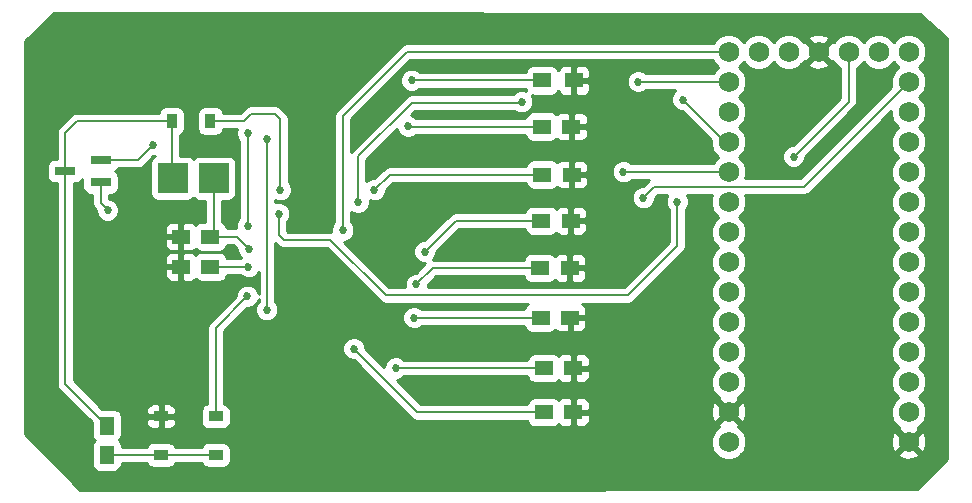
<source format=gbl>
G04 #@! TF.FileFunction,Copper,L2,Bot,Signal*
%FSLAX46Y46*%
G04 Gerber Fmt 4.6, Leading zero omitted, Abs format (unit mm)*
G04 Created by KiCad (PCBNEW 4.0.4-1.fc25-product) date Wed Mar 29 04:27:01 2017*
%MOMM*%
%LPD*%
G01*
G04 APERTURE LIST*
%ADD10C,0.100000*%
%ADD11R,1.500000X1.250000*%
%ADD12R,1.250000X1.500000*%
%ADD13R,1.220000X0.910000*%
%ADD14R,0.910000X1.220000*%
%ADD15C,1.727200*%
%ADD16R,2.500000X2.500000*%
%ADD17R,1.800860X0.800100*%
%ADD18R,1.500000X1.300000*%
%ADD19C,0.685800*%
%ADD20C,0.152400*%
%ADD21C,0.254000*%
G04 APERTURE END LIST*
D10*
D11*
X103773920Y-63281560D03*
X106273920Y-63281560D03*
D12*
X97497900Y-81775620D03*
X97497900Y-79275620D03*
D11*
X136880920Y-58023760D03*
X134380920Y-58023760D03*
X136995220Y-74406760D03*
X134495220Y-74406760D03*
X136830120Y-53959760D03*
X134330120Y-53959760D03*
X103776460Y-65829180D03*
X106276460Y-65829180D03*
X136779320Y-61935360D03*
X134279320Y-61935360D03*
X136687880Y-65933320D03*
X134187880Y-65933320D03*
X136995220Y-78140560D03*
X134495220Y-78140560D03*
X136728520Y-70139560D03*
X134228520Y-70139560D03*
D13*
X102092760Y-78496920D03*
X102092760Y-81766920D03*
D14*
X106257600Y-53492400D03*
X102987600Y-53492400D03*
D13*
X106730800Y-81766920D03*
X106730800Y-78496920D03*
D15*
X165379400Y-80657700D03*
X165379400Y-78117700D03*
X165379400Y-75577700D03*
X165379400Y-73037700D03*
X165379400Y-70497700D03*
X165379400Y-67957700D03*
X165379400Y-65417700D03*
X165379400Y-62877700D03*
X165379400Y-60337700D03*
X165379400Y-57797700D03*
X165379400Y-55257700D03*
X165379400Y-52717700D03*
X165379400Y-50177700D03*
X165379400Y-47637700D03*
X162839400Y-47637700D03*
X160299400Y-47637700D03*
X157759400Y-47637700D03*
X155219400Y-47637700D03*
X152679400Y-47637700D03*
X150139400Y-47637700D03*
X150139400Y-55257700D03*
X150139400Y-75577700D03*
X150139400Y-60337700D03*
X150139400Y-57797700D03*
X150139400Y-78117700D03*
X150139400Y-70497700D03*
X150139400Y-80657700D03*
X150139400Y-67957700D03*
X150139400Y-65417700D03*
X150139400Y-62877700D03*
X150139400Y-73037700D03*
X150139400Y-50177700D03*
X150139400Y-52717700D03*
D16*
X106565640Y-58333640D03*
X103065640Y-58333640D03*
D17*
X96979740Y-56774040D03*
X96979740Y-58674040D03*
X93977460Y-57724040D03*
D18*
X134357120Y-50060860D03*
X137057120Y-50060860D03*
D19*
X112181640Y-59329320D03*
X120149620Y-59329320D03*
X109385100Y-68328540D03*
X121980960Y-74401680D03*
X123019820Y-53952140D03*
X109476540Y-65829180D03*
X124416820Y-64546480D03*
X123687840Y-67325240D03*
X123502420Y-70147180D03*
X118424960Y-72765920D03*
X101376480Y-55514240D03*
X97566480Y-61036200D03*
X123299220Y-50040540D03*
X112059720Y-61325760D03*
X145790920Y-60309760D03*
X132633720Y-51876960D03*
X142488920Y-50149760D03*
X118770400Y-60350400D03*
X109418120Y-62341760D03*
X109418120Y-54518560D03*
X146248120Y-51673760D03*
X141224000Y-57790080D03*
X117490240Y-62717680D03*
X142913100Y-60007500D03*
X155646120Y-56499760D03*
X109522260Y-64317880D03*
X139847320Y-67015360D03*
X139898120Y-69199760D03*
X115572540Y-60822840D03*
X115422680Y-65313560D03*
X111061500Y-55039260D03*
X111043720Y-69471540D03*
D20*
X102092760Y-81766920D02*
X97506600Y-81766920D01*
X97506600Y-81766920D02*
X97497900Y-81775620D01*
X106730800Y-81766920D02*
X102092760Y-81766920D01*
X102987600Y-53492400D02*
X94965520Y-53492400D01*
X93977460Y-54480460D02*
X93977460Y-57724040D01*
X94965520Y-53492400D02*
X93977460Y-54480460D01*
X102987600Y-53492400D02*
X102987600Y-58255600D01*
X102987600Y-58255600D02*
X103065640Y-58333640D01*
X93977460Y-57724040D02*
X93977460Y-75755180D01*
X93977460Y-75755180D02*
X97497900Y-79275620D01*
X109095540Y-53489860D02*
X106260140Y-53489860D01*
X106260140Y-53489860D02*
X106257600Y-53492400D01*
X112181640Y-59329320D02*
X112196880Y-59314080D01*
X112196880Y-59314080D02*
X112196880Y-53355240D01*
X112196880Y-53355240D02*
X111724440Y-52882800D01*
X111724440Y-52882800D02*
X109702600Y-52882800D01*
X109702600Y-52882800D02*
X109095540Y-53489860D01*
X109095540Y-53489860D02*
X109087920Y-53497480D01*
X134380920Y-58023760D02*
X121455180Y-58023760D01*
X121455180Y-58023760D02*
X120149620Y-59329320D01*
X106730800Y-78496920D02*
X106730800Y-70982840D01*
X106730800Y-70982840D02*
X109385100Y-68328540D01*
X121986040Y-74406760D02*
X134495220Y-74406760D01*
X121980960Y-74401680D02*
X121986040Y-74406760D01*
X123027440Y-53959760D02*
X134330120Y-53959760D01*
X123019820Y-53952140D02*
X123027440Y-53959760D01*
X106276460Y-65829180D02*
X109476540Y-65829180D01*
X127027940Y-61935360D02*
X134279320Y-61935360D01*
X124416820Y-64546480D02*
X127027940Y-61935360D01*
X134187880Y-65933320D02*
X125079760Y-65933320D01*
X125079760Y-65933320D02*
X123687840Y-67325240D01*
X134228520Y-70139560D02*
X123510040Y-70139560D01*
X123510040Y-70139560D02*
X123502420Y-70147180D01*
X134495220Y-78140560D02*
X123799600Y-78140560D01*
X123799600Y-78140560D02*
X118424960Y-72765920D01*
X96979740Y-56774040D02*
X100116680Y-56774040D01*
X100116680Y-56774040D02*
X101376480Y-55514240D01*
X96979740Y-58674040D02*
X96979740Y-60449460D01*
X96979740Y-60449460D02*
X97566480Y-61036200D01*
X134357120Y-50060860D02*
X123319540Y-50060860D01*
X123319540Y-50060860D02*
X123299220Y-50040540D01*
X112059720Y-61325760D02*
X112059720Y-63103760D01*
X112059720Y-63103760D02*
X112516920Y-63560960D01*
X112516920Y-63560960D02*
X116428520Y-63560960D01*
X116428520Y-63560960D02*
X121102120Y-68234560D01*
X121102120Y-68234560D02*
X141625320Y-68234560D01*
X141625320Y-68234560D02*
X145790920Y-64068960D01*
X145790920Y-64068960D02*
X145790920Y-60309760D01*
X123337320Y-51930300D02*
X132580380Y-51930300D01*
X132580380Y-51930300D02*
X132633720Y-51876960D01*
X142488920Y-50149760D02*
X142516860Y-50177700D01*
X142516860Y-50177700D02*
X150139400Y-50177700D01*
X123337320Y-51930300D02*
X118770400Y-56497220D01*
X118770400Y-56497220D02*
X118770400Y-60350400D01*
X109418120Y-62341760D02*
X109418120Y-54518560D01*
X146248120Y-51673760D02*
X149832060Y-55257700D01*
X149832060Y-55257700D02*
X150139400Y-55257700D01*
X141224000Y-57790080D02*
X141231620Y-57797700D01*
X141231620Y-57797700D02*
X150139400Y-57797700D01*
X150139400Y-47637700D02*
X122880120Y-47637700D01*
X122880120Y-47637700D02*
X117490240Y-53027580D01*
X117490240Y-53027580D02*
X117490240Y-62717680D01*
X142913100Y-60007500D02*
X143865600Y-59055000D01*
X143865600Y-59055000D02*
X156502100Y-59055000D01*
X156502100Y-59055000D02*
X165379400Y-50177700D01*
X160299400Y-47637700D02*
X160299400Y-51846480D01*
X160299400Y-51846480D02*
X155646120Y-56499760D01*
X106565640Y-58333640D02*
X106565640Y-62989840D01*
X106565640Y-62989840D02*
X106273920Y-63281560D01*
X106273920Y-63281560D02*
X108485940Y-63281560D01*
X108485940Y-63281560D02*
X109522260Y-64317880D01*
X136687880Y-65933320D02*
X138765280Y-65933320D01*
X138765280Y-65933320D02*
X139847320Y-67015360D01*
X139898120Y-69199760D02*
X138958320Y-70139560D01*
X138958320Y-70139560D02*
X136728520Y-70139560D01*
X111043720Y-69471540D02*
X111061500Y-69453760D01*
X111061500Y-69453760D02*
X111061500Y-55039260D01*
D21*
G36*
X166318026Y-44434728D02*
X168676237Y-46449033D01*
X168625595Y-82101079D01*
X166109039Y-84617635D01*
X112973649Y-84693760D01*
X95272126Y-84693760D01*
X90596640Y-80018274D01*
X90562151Y-57323990D01*
X92429590Y-57323990D01*
X92429590Y-58124090D01*
X92473868Y-58359407D01*
X92612940Y-58575531D01*
X92825140Y-58720521D01*
X93077030Y-58771530D01*
X93266260Y-58771530D01*
X93266260Y-75755180D01*
X93320397Y-76027345D01*
X93474566Y-76258074D01*
X96225460Y-79008968D01*
X96225460Y-80025620D01*
X96269738Y-80260937D01*
X96408810Y-80477061D01*
X96478611Y-80524754D01*
X96421459Y-80561530D01*
X96276469Y-80773730D01*
X96225460Y-81025620D01*
X96225460Y-82525620D01*
X96269738Y-82760937D01*
X96408810Y-82977061D01*
X96621010Y-83122051D01*
X96872900Y-83173060D01*
X98122900Y-83173060D01*
X98358217Y-83128782D01*
X98574341Y-82989710D01*
X98719331Y-82777510D01*
X98770340Y-82525620D01*
X98770340Y-82478120D01*
X100893036Y-82478120D01*
X101018670Y-82673361D01*
X101230870Y-82818351D01*
X101482760Y-82869360D01*
X102702760Y-82869360D01*
X102938077Y-82825082D01*
X103154201Y-82686010D01*
X103296246Y-82478120D01*
X105531076Y-82478120D01*
X105656710Y-82673361D01*
X105868910Y-82818351D01*
X106120800Y-82869360D01*
X107340800Y-82869360D01*
X107576117Y-82825082D01*
X107792241Y-82686010D01*
X107937231Y-82473810D01*
X107988240Y-82221920D01*
X107988240Y-81311920D01*
X107943962Y-81076603D01*
X107865380Y-80954482D01*
X148640541Y-80954482D01*
X148868208Y-81505480D01*
X149289403Y-81927410D01*
X149840002Y-82156039D01*
X150436182Y-82156559D01*
X150987180Y-81928892D01*
X151204946Y-81711505D01*
X164505200Y-81711505D01*
X164587141Y-81964216D01*
X165147430Y-82167948D01*
X165743035Y-82141758D01*
X166171659Y-81964216D01*
X166253600Y-81711505D01*
X165379400Y-80837305D01*
X164505200Y-81711505D01*
X151204946Y-81711505D01*
X151409110Y-81507697D01*
X151637739Y-80957098D01*
X151638202Y-80425730D01*
X163869152Y-80425730D01*
X163895342Y-81021335D01*
X164072884Y-81449959D01*
X164325595Y-81531900D01*
X165199795Y-80657700D01*
X165559005Y-80657700D01*
X166433205Y-81531900D01*
X166685916Y-81449959D01*
X166889648Y-80889670D01*
X166863458Y-80294065D01*
X166685916Y-79865441D01*
X166433205Y-79783500D01*
X165559005Y-80657700D01*
X165199795Y-80657700D01*
X164325595Y-79783500D01*
X164072884Y-79865441D01*
X163869152Y-80425730D01*
X151638202Y-80425730D01*
X151638259Y-80360918D01*
X151410592Y-79809920D01*
X150989397Y-79387990D01*
X150948863Y-79371159D01*
X151013600Y-79171505D01*
X150139400Y-78297305D01*
X149265200Y-79171505D01*
X149329799Y-79370733D01*
X149291620Y-79386508D01*
X148869690Y-79807703D01*
X148641061Y-80358302D01*
X148640541Y-80954482D01*
X107865380Y-80954482D01*
X107804890Y-80860479D01*
X107592690Y-80715489D01*
X107340800Y-80664480D01*
X106120800Y-80664480D01*
X105885483Y-80708758D01*
X105669359Y-80847830D01*
X105527314Y-81055720D01*
X103292484Y-81055720D01*
X103166850Y-80860479D01*
X102954650Y-80715489D01*
X102702760Y-80664480D01*
X101482760Y-80664480D01*
X101247443Y-80708758D01*
X101031319Y-80847830D01*
X100889274Y-81055720D01*
X98770340Y-81055720D01*
X98770340Y-81025620D01*
X98726062Y-80790303D01*
X98586990Y-80574179D01*
X98517189Y-80526486D01*
X98574341Y-80489710D01*
X98719331Y-80277510D01*
X98770340Y-80025620D01*
X98770340Y-78782670D01*
X100847760Y-78782670D01*
X100847760Y-79078229D01*
X100944433Y-79311618D01*
X101123061Y-79490247D01*
X101356450Y-79586920D01*
X101807010Y-79586920D01*
X101965760Y-79428170D01*
X101965760Y-78623920D01*
X102219760Y-78623920D01*
X102219760Y-79428170D01*
X102378510Y-79586920D01*
X102829070Y-79586920D01*
X103062459Y-79490247D01*
X103241087Y-79311618D01*
X103337760Y-79078229D01*
X103337760Y-78782670D01*
X103179010Y-78623920D01*
X102219760Y-78623920D01*
X101965760Y-78623920D01*
X101006510Y-78623920D01*
X100847760Y-78782670D01*
X98770340Y-78782670D01*
X98770340Y-78525620D01*
X98726062Y-78290303D01*
X98586990Y-78074179D01*
X98374790Y-77929189D01*
X98307740Y-77915611D01*
X100847760Y-77915611D01*
X100847760Y-78211170D01*
X101006510Y-78369920D01*
X101965760Y-78369920D01*
X101965760Y-77565670D01*
X102219760Y-77565670D01*
X102219760Y-78369920D01*
X103179010Y-78369920D01*
X103337760Y-78211170D01*
X103337760Y-77915611D01*
X103241087Y-77682222D01*
X103062459Y-77503593D01*
X102829070Y-77406920D01*
X102378510Y-77406920D01*
X102219760Y-77565670D01*
X101965760Y-77565670D01*
X101807010Y-77406920D01*
X101356450Y-77406920D01*
X101123061Y-77503593D01*
X100944433Y-77682222D01*
X100847760Y-77915611D01*
X98307740Y-77915611D01*
X98122900Y-77878180D01*
X97106248Y-77878180D01*
X94688660Y-75460592D01*
X94688660Y-66114930D01*
X102391460Y-66114930D01*
X102391460Y-66580490D01*
X102488133Y-66813879D01*
X102666762Y-66992507D01*
X102900151Y-67089180D01*
X103490710Y-67089180D01*
X103649460Y-66930430D01*
X103649460Y-65956180D01*
X102550210Y-65956180D01*
X102391460Y-66114930D01*
X94688660Y-66114930D01*
X94688660Y-65077870D01*
X102391460Y-65077870D01*
X102391460Y-65543430D01*
X102550210Y-65702180D01*
X103649460Y-65702180D01*
X103649460Y-64727930D01*
X103490710Y-64569180D01*
X102900151Y-64569180D01*
X102666762Y-64665853D01*
X102488133Y-64844481D01*
X102391460Y-65077870D01*
X94688660Y-65077870D01*
X94688660Y-63567310D01*
X102388920Y-63567310D01*
X102388920Y-64032870D01*
X102485593Y-64266259D01*
X102664222Y-64444887D01*
X102897611Y-64541560D01*
X103488170Y-64541560D01*
X103646920Y-64382810D01*
X103646920Y-63408560D01*
X102547670Y-63408560D01*
X102388920Y-63567310D01*
X94688660Y-63567310D01*
X94688660Y-62530250D01*
X102388920Y-62530250D01*
X102388920Y-62995810D01*
X102547670Y-63154560D01*
X103646920Y-63154560D01*
X103646920Y-62180310D01*
X103488170Y-62021560D01*
X102897611Y-62021560D01*
X102664222Y-62118233D01*
X102485593Y-62296861D01*
X102388920Y-62530250D01*
X94688660Y-62530250D01*
X94688660Y-58771530D01*
X94877890Y-58771530D01*
X95113207Y-58727252D01*
X95329331Y-58588180D01*
X95431870Y-58438109D01*
X95431870Y-59074090D01*
X95476148Y-59309407D01*
X95615220Y-59525531D01*
X95827420Y-59670521D01*
X96079310Y-59721530D01*
X96268540Y-59721530D01*
X96268540Y-60449460D01*
X96322677Y-60721625D01*
X96476846Y-60952354D01*
X96588555Y-61064064D01*
X96588411Y-61229863D01*
X96736973Y-61589412D01*
X97011821Y-61864740D01*
X97371110Y-62013930D01*
X97760143Y-62014269D01*
X98119692Y-61865707D01*
X98395020Y-61590859D01*
X98544210Y-61231570D01*
X98544549Y-60842537D01*
X98395987Y-60482988D01*
X98121139Y-60207660D01*
X97761850Y-60058470D01*
X97690940Y-60058408D01*
X97690940Y-59721530D01*
X97880170Y-59721530D01*
X98115487Y-59677252D01*
X98331611Y-59538180D01*
X98476601Y-59325980D01*
X98527610Y-59074090D01*
X98527610Y-58273990D01*
X98483332Y-58038673D01*
X98344260Y-57822549D01*
X98199163Y-57723408D01*
X98331611Y-57638180D01*
X98436110Y-57485240D01*
X100116680Y-57485240D01*
X100388845Y-57431103D01*
X100619574Y-57276934D01*
X101404344Y-56492165D01*
X101561948Y-56492302D01*
X101364199Y-56619550D01*
X101219209Y-56831750D01*
X101168200Y-57083640D01*
X101168200Y-59583640D01*
X101212478Y-59818957D01*
X101351550Y-60035081D01*
X101563750Y-60180071D01*
X101815640Y-60231080D01*
X104315640Y-60231080D01*
X104550957Y-60186802D01*
X104767081Y-60047730D01*
X104814774Y-59977929D01*
X104851550Y-60035081D01*
X105063750Y-60180071D01*
X105315640Y-60231080D01*
X105854440Y-60231080D01*
X105854440Y-62009120D01*
X105523920Y-62009120D01*
X105288603Y-62053398D01*
X105072479Y-62192470D01*
X105025951Y-62260566D01*
X104883618Y-62118233D01*
X104650229Y-62021560D01*
X104059670Y-62021560D01*
X103900920Y-62180310D01*
X103900920Y-63154560D01*
X103920920Y-63154560D01*
X103920920Y-63408560D01*
X103900920Y-63408560D01*
X103900920Y-64382810D01*
X104059670Y-64541560D01*
X104650229Y-64541560D01*
X104883618Y-64444887D01*
X105024856Y-64303650D01*
X105059830Y-64358001D01*
X105272030Y-64502991D01*
X105523920Y-64554000D01*
X107023920Y-64554000D01*
X107259237Y-64509722D01*
X107475361Y-64370650D01*
X107620351Y-64158450D01*
X107653904Y-63992760D01*
X108191352Y-63992760D01*
X108544335Y-64345743D01*
X108544191Y-64511543D01*
X108692753Y-64871092D01*
X108872130Y-65050782D01*
X108804814Y-65117980D01*
X107657680Y-65117980D01*
X107629622Y-64968863D01*
X107490550Y-64752739D01*
X107278350Y-64607749D01*
X107026460Y-64556740D01*
X105526460Y-64556740D01*
X105291143Y-64601018D01*
X105075019Y-64740090D01*
X105028491Y-64808186D01*
X104886158Y-64665853D01*
X104652769Y-64569180D01*
X104062210Y-64569180D01*
X103903460Y-64727930D01*
X103903460Y-65702180D01*
X103923460Y-65702180D01*
X103923460Y-65956180D01*
X103903460Y-65956180D01*
X103903460Y-66930430D01*
X104062210Y-67089180D01*
X104652769Y-67089180D01*
X104886158Y-66992507D01*
X105027396Y-66851270D01*
X105062370Y-66905621D01*
X105274570Y-67050611D01*
X105526460Y-67101620D01*
X107026460Y-67101620D01*
X107261777Y-67057342D01*
X107477901Y-66918270D01*
X107622891Y-66706070D01*
X107656444Y-66540380D01*
X108804746Y-66540380D01*
X108921881Y-66657720D01*
X109281170Y-66806910D01*
X109670203Y-66807249D01*
X110029752Y-66658687D01*
X110305080Y-66383839D01*
X110350300Y-66274937D01*
X110350300Y-68103732D01*
X110214607Y-67775328D01*
X109939759Y-67500000D01*
X109580470Y-67350810D01*
X109191437Y-67350471D01*
X108831888Y-67499033D01*
X108556560Y-67773881D01*
X108407370Y-68133170D01*
X108407224Y-68300628D01*
X106227906Y-70479946D01*
X106073737Y-70710675D01*
X106055125Y-70804243D01*
X106019600Y-70982840D01*
X106019600Y-77413522D01*
X105885483Y-77438758D01*
X105669359Y-77577830D01*
X105524369Y-77790030D01*
X105473360Y-78041920D01*
X105473360Y-78951920D01*
X105517638Y-79187237D01*
X105656710Y-79403361D01*
X105868910Y-79548351D01*
X106120800Y-79599360D01*
X107340800Y-79599360D01*
X107576117Y-79555082D01*
X107792241Y-79416010D01*
X107937231Y-79203810D01*
X107988240Y-78951920D01*
X107988240Y-78041920D01*
X107943962Y-77806603D01*
X107804890Y-77590479D01*
X107592690Y-77445489D01*
X107442000Y-77414974D01*
X107442000Y-72959583D01*
X117446891Y-72959583D01*
X117595453Y-73319132D01*
X117870301Y-73594460D01*
X118229590Y-73743650D01*
X118397048Y-73743796D01*
X123296706Y-78643454D01*
X123527435Y-78797623D01*
X123799600Y-78851760D01*
X133114000Y-78851760D01*
X133142058Y-79000877D01*
X133281130Y-79217001D01*
X133493330Y-79361991D01*
X133745220Y-79413000D01*
X135245220Y-79413000D01*
X135480537Y-79368722D01*
X135696661Y-79229650D01*
X135743189Y-79161554D01*
X135885522Y-79303887D01*
X136118911Y-79400560D01*
X136709470Y-79400560D01*
X136868220Y-79241810D01*
X136868220Y-78267560D01*
X137122220Y-78267560D01*
X137122220Y-79241810D01*
X137280970Y-79400560D01*
X137871529Y-79400560D01*
X138104918Y-79303887D01*
X138283547Y-79125259D01*
X138380220Y-78891870D01*
X138380220Y-78426310D01*
X138221470Y-78267560D01*
X137122220Y-78267560D01*
X136868220Y-78267560D01*
X136848220Y-78267560D01*
X136848220Y-78013560D01*
X136868220Y-78013560D01*
X136868220Y-77039310D01*
X137122220Y-77039310D01*
X137122220Y-78013560D01*
X138221470Y-78013560D01*
X138349300Y-77885730D01*
X148629152Y-77885730D01*
X148655342Y-78481335D01*
X148832884Y-78909959D01*
X149085595Y-78991900D01*
X149959795Y-78117700D01*
X150319005Y-78117700D01*
X151193205Y-78991900D01*
X151445916Y-78909959D01*
X151649648Y-78349670D01*
X151623458Y-77754065D01*
X151445916Y-77325441D01*
X151193205Y-77243500D01*
X150319005Y-78117700D01*
X149959795Y-78117700D01*
X149085595Y-77243500D01*
X148832884Y-77325441D01*
X148629152Y-77885730D01*
X138349300Y-77885730D01*
X138380220Y-77854810D01*
X138380220Y-77389250D01*
X138283547Y-77155861D01*
X138104918Y-76977233D01*
X137871529Y-76880560D01*
X137280970Y-76880560D01*
X137122220Y-77039310D01*
X136868220Y-77039310D01*
X136709470Y-76880560D01*
X136118911Y-76880560D01*
X135885522Y-76977233D01*
X135744284Y-77118470D01*
X135709310Y-77064119D01*
X135497110Y-76919129D01*
X135245220Y-76868120D01*
X133745220Y-76868120D01*
X133509903Y-76912398D01*
X133293779Y-77051470D01*
X133148789Y-77263670D01*
X133115236Y-77429360D01*
X124094188Y-77429360D01*
X122044464Y-75379636D01*
X122174623Y-75379749D01*
X122534172Y-75231187D01*
X122647597Y-75117960D01*
X133114000Y-75117960D01*
X133142058Y-75267077D01*
X133281130Y-75483201D01*
X133493330Y-75628191D01*
X133745220Y-75679200D01*
X135245220Y-75679200D01*
X135480537Y-75634922D01*
X135696661Y-75495850D01*
X135743189Y-75427754D01*
X135885522Y-75570087D01*
X136118911Y-75666760D01*
X136709470Y-75666760D01*
X136868220Y-75508010D01*
X136868220Y-74533760D01*
X137122220Y-74533760D01*
X137122220Y-75508010D01*
X137280970Y-75666760D01*
X137871529Y-75666760D01*
X138104918Y-75570087D01*
X138283547Y-75391459D01*
X138380220Y-75158070D01*
X138380220Y-74692510D01*
X138221470Y-74533760D01*
X137122220Y-74533760D01*
X136868220Y-74533760D01*
X136848220Y-74533760D01*
X136848220Y-74279760D01*
X136868220Y-74279760D01*
X136868220Y-73305510D01*
X137122220Y-73305510D01*
X137122220Y-74279760D01*
X138221470Y-74279760D01*
X138380220Y-74121010D01*
X138380220Y-73655450D01*
X138283547Y-73422061D01*
X138104918Y-73243433D01*
X137871529Y-73146760D01*
X137280970Y-73146760D01*
X137122220Y-73305510D01*
X136868220Y-73305510D01*
X136709470Y-73146760D01*
X136118911Y-73146760D01*
X135885522Y-73243433D01*
X135744284Y-73384670D01*
X135709310Y-73330319D01*
X135497110Y-73185329D01*
X135245220Y-73134320D01*
X133745220Y-73134320D01*
X133509903Y-73178598D01*
X133293779Y-73317670D01*
X133148789Y-73529870D01*
X133115236Y-73695560D01*
X122657826Y-73695560D01*
X122535619Y-73573140D01*
X122176330Y-73423950D01*
X121787297Y-73423611D01*
X121427748Y-73572173D01*
X121152420Y-73847021D01*
X121003230Y-74206310D01*
X121003115Y-74338287D01*
X119402885Y-72738057D01*
X119403029Y-72572257D01*
X119254467Y-72212708D01*
X118979619Y-71937380D01*
X118620330Y-71788190D01*
X118231297Y-71787851D01*
X117871748Y-71936413D01*
X117596420Y-72211261D01*
X117447230Y-72570550D01*
X117446891Y-72959583D01*
X107442000Y-72959583D01*
X107442000Y-71277428D01*
X109412963Y-69306465D01*
X109578763Y-69306609D01*
X109938312Y-69158047D01*
X110213640Y-68883199D01*
X110350300Y-68554086D01*
X110350300Y-68781997D01*
X110215180Y-68916881D01*
X110065990Y-69276170D01*
X110065651Y-69665203D01*
X110214213Y-70024752D01*
X110489061Y-70300080D01*
X110848350Y-70449270D01*
X111237383Y-70449609D01*
X111596932Y-70301047D01*
X111872260Y-70026199D01*
X112021450Y-69666910D01*
X112021789Y-69277877D01*
X111873227Y-68918328D01*
X111772700Y-68817625D01*
X111772700Y-63822528D01*
X112014025Y-64063854D01*
X112137726Y-64146508D01*
X112244756Y-64218023D01*
X112516920Y-64272160D01*
X116133932Y-64272160D01*
X120599226Y-68737455D01*
X120829956Y-68891623D01*
X121102120Y-68945760D01*
X133189803Y-68945760D01*
X133027079Y-69050470D01*
X132882089Y-69262670D01*
X132848536Y-69428360D01*
X124166608Y-69428360D01*
X124057079Y-69318640D01*
X123697790Y-69169450D01*
X123308757Y-69169111D01*
X122949208Y-69317673D01*
X122673880Y-69592521D01*
X122524690Y-69951810D01*
X122524351Y-70340843D01*
X122672913Y-70700392D01*
X122947761Y-70975720D01*
X123307050Y-71124910D01*
X123696083Y-71125249D01*
X124055632Y-70976687D01*
X124181779Y-70850760D01*
X132847300Y-70850760D01*
X132875358Y-70999877D01*
X133014430Y-71216001D01*
X133226630Y-71360991D01*
X133478520Y-71412000D01*
X134978520Y-71412000D01*
X135213837Y-71367722D01*
X135429961Y-71228650D01*
X135476489Y-71160554D01*
X135618822Y-71302887D01*
X135852211Y-71399560D01*
X136442770Y-71399560D01*
X136601520Y-71240810D01*
X136601520Y-70266560D01*
X136855520Y-70266560D01*
X136855520Y-71240810D01*
X137014270Y-71399560D01*
X137604829Y-71399560D01*
X137838218Y-71302887D01*
X138016847Y-71124259D01*
X138113520Y-70890870D01*
X138113520Y-70425310D01*
X137954770Y-70266560D01*
X136855520Y-70266560D01*
X136601520Y-70266560D01*
X136581520Y-70266560D01*
X136581520Y-70012560D01*
X136601520Y-70012560D01*
X136601520Y-69992560D01*
X136855520Y-69992560D01*
X136855520Y-70012560D01*
X137954770Y-70012560D01*
X138113520Y-69853810D01*
X138113520Y-69388250D01*
X138016847Y-69154861D01*
X137838218Y-68976233D01*
X137764650Y-68945760D01*
X141625320Y-68945760D01*
X141897485Y-68891623D01*
X142128214Y-68737454D01*
X146293814Y-64571854D01*
X146447983Y-64341125D01*
X146502120Y-64068960D01*
X146502120Y-60981554D01*
X146619460Y-60864419D01*
X146768650Y-60505130D01*
X146768989Y-60116097D01*
X146624415Y-59766200D01*
X148754048Y-59766200D01*
X148641061Y-60038302D01*
X148640541Y-60634482D01*
X148868208Y-61185480D01*
X149289403Y-61607410D01*
X149290331Y-61607795D01*
X148869690Y-62027703D01*
X148641061Y-62578302D01*
X148640541Y-63174482D01*
X148868208Y-63725480D01*
X149289403Y-64147410D01*
X149290331Y-64147795D01*
X148869690Y-64567703D01*
X148641061Y-65118302D01*
X148640541Y-65714482D01*
X148868208Y-66265480D01*
X149289403Y-66687410D01*
X149290331Y-66687795D01*
X148869690Y-67107703D01*
X148641061Y-67658302D01*
X148640541Y-68254482D01*
X148868208Y-68805480D01*
X149289403Y-69227410D01*
X149290331Y-69227795D01*
X148869690Y-69647703D01*
X148641061Y-70198302D01*
X148640541Y-70794482D01*
X148868208Y-71345480D01*
X149289403Y-71767410D01*
X149290331Y-71767795D01*
X148869690Y-72187703D01*
X148641061Y-72738302D01*
X148640541Y-73334482D01*
X148868208Y-73885480D01*
X149289403Y-74307410D01*
X149290331Y-74307795D01*
X148869690Y-74727703D01*
X148641061Y-75278302D01*
X148640541Y-75874482D01*
X148868208Y-76425480D01*
X149289403Y-76847410D01*
X149329937Y-76864241D01*
X149265200Y-77063895D01*
X150139400Y-77938095D01*
X151013600Y-77063895D01*
X150949001Y-76864667D01*
X150987180Y-76848892D01*
X151409110Y-76427697D01*
X151637739Y-75877098D01*
X151638259Y-75280918D01*
X151410592Y-74729920D01*
X150989397Y-74307990D01*
X150988469Y-74307605D01*
X151409110Y-73887697D01*
X151637739Y-73337098D01*
X151638259Y-72740918D01*
X151410592Y-72189920D01*
X150989397Y-71767990D01*
X150988469Y-71767605D01*
X151409110Y-71347697D01*
X151637739Y-70797098D01*
X151638259Y-70200918D01*
X151410592Y-69649920D01*
X150989397Y-69227990D01*
X150988469Y-69227605D01*
X151409110Y-68807697D01*
X151637739Y-68257098D01*
X151638259Y-67660918D01*
X151410592Y-67109920D01*
X150989397Y-66687990D01*
X150988469Y-66687605D01*
X151409110Y-66267697D01*
X151637739Y-65717098D01*
X151638259Y-65120918D01*
X151410592Y-64569920D01*
X150989397Y-64147990D01*
X150988469Y-64147605D01*
X151409110Y-63727697D01*
X151637739Y-63177098D01*
X151638259Y-62580918D01*
X151410592Y-62029920D01*
X150989397Y-61607990D01*
X150988469Y-61607605D01*
X151409110Y-61187697D01*
X151637739Y-60637098D01*
X151638259Y-60040918D01*
X151524748Y-59766200D01*
X156502100Y-59766200D01*
X156774265Y-59712063D01*
X157004994Y-59557894D01*
X163880831Y-52682057D01*
X163880541Y-53014482D01*
X164108208Y-53565480D01*
X164529403Y-53987410D01*
X164530331Y-53987795D01*
X164109690Y-54407703D01*
X163881061Y-54958302D01*
X163880541Y-55554482D01*
X164108208Y-56105480D01*
X164529403Y-56527410D01*
X164530331Y-56527795D01*
X164109690Y-56947703D01*
X163881061Y-57498302D01*
X163880541Y-58094482D01*
X164108208Y-58645480D01*
X164529403Y-59067410D01*
X164530331Y-59067795D01*
X164109690Y-59487703D01*
X163881061Y-60038302D01*
X163880541Y-60634482D01*
X164108208Y-61185480D01*
X164529403Y-61607410D01*
X164530331Y-61607795D01*
X164109690Y-62027703D01*
X163881061Y-62578302D01*
X163880541Y-63174482D01*
X164108208Y-63725480D01*
X164529403Y-64147410D01*
X164530331Y-64147795D01*
X164109690Y-64567703D01*
X163881061Y-65118302D01*
X163880541Y-65714482D01*
X164108208Y-66265480D01*
X164529403Y-66687410D01*
X164530331Y-66687795D01*
X164109690Y-67107703D01*
X163881061Y-67658302D01*
X163880541Y-68254482D01*
X164108208Y-68805480D01*
X164529403Y-69227410D01*
X164530331Y-69227795D01*
X164109690Y-69647703D01*
X163881061Y-70198302D01*
X163880541Y-70794482D01*
X164108208Y-71345480D01*
X164529403Y-71767410D01*
X164530331Y-71767795D01*
X164109690Y-72187703D01*
X163881061Y-72738302D01*
X163880541Y-73334482D01*
X164108208Y-73885480D01*
X164529403Y-74307410D01*
X164530331Y-74307795D01*
X164109690Y-74727703D01*
X163881061Y-75278302D01*
X163880541Y-75874482D01*
X164108208Y-76425480D01*
X164529403Y-76847410D01*
X164530331Y-76847795D01*
X164109690Y-77267703D01*
X163881061Y-77818302D01*
X163880541Y-78414482D01*
X164108208Y-78965480D01*
X164529403Y-79387410D01*
X164569937Y-79404241D01*
X164505200Y-79603895D01*
X165379400Y-80478095D01*
X166253600Y-79603895D01*
X166189001Y-79404667D01*
X166227180Y-79388892D01*
X166649110Y-78967697D01*
X166877739Y-78417098D01*
X166878259Y-77820918D01*
X166650592Y-77269920D01*
X166229397Y-76847990D01*
X166228469Y-76847605D01*
X166649110Y-76427697D01*
X166877739Y-75877098D01*
X166878259Y-75280918D01*
X166650592Y-74729920D01*
X166229397Y-74307990D01*
X166228469Y-74307605D01*
X166649110Y-73887697D01*
X166877739Y-73337098D01*
X166878259Y-72740918D01*
X166650592Y-72189920D01*
X166229397Y-71767990D01*
X166228469Y-71767605D01*
X166649110Y-71347697D01*
X166877739Y-70797098D01*
X166878259Y-70200918D01*
X166650592Y-69649920D01*
X166229397Y-69227990D01*
X166228469Y-69227605D01*
X166649110Y-68807697D01*
X166877739Y-68257098D01*
X166878259Y-67660918D01*
X166650592Y-67109920D01*
X166229397Y-66687990D01*
X166228469Y-66687605D01*
X166649110Y-66267697D01*
X166877739Y-65717098D01*
X166878259Y-65120918D01*
X166650592Y-64569920D01*
X166229397Y-64147990D01*
X166228469Y-64147605D01*
X166649110Y-63727697D01*
X166877739Y-63177098D01*
X166878259Y-62580918D01*
X166650592Y-62029920D01*
X166229397Y-61607990D01*
X166228469Y-61607605D01*
X166649110Y-61187697D01*
X166877739Y-60637098D01*
X166878259Y-60040918D01*
X166650592Y-59489920D01*
X166229397Y-59067990D01*
X166228469Y-59067605D01*
X166649110Y-58647697D01*
X166877739Y-58097098D01*
X166878259Y-57500918D01*
X166650592Y-56949920D01*
X166229397Y-56527990D01*
X166228469Y-56527605D01*
X166649110Y-56107697D01*
X166877739Y-55557098D01*
X166878259Y-54960918D01*
X166650592Y-54409920D01*
X166229397Y-53987990D01*
X166228469Y-53987605D01*
X166649110Y-53567697D01*
X166877739Y-53017098D01*
X166878259Y-52420918D01*
X166650592Y-51869920D01*
X166229397Y-51447990D01*
X166228469Y-51447605D01*
X166649110Y-51027697D01*
X166877739Y-50477098D01*
X166878259Y-49880918D01*
X166650592Y-49329920D01*
X166229397Y-48907990D01*
X166228469Y-48907605D01*
X166649110Y-48487697D01*
X166877739Y-47937098D01*
X166878259Y-47340918D01*
X166650592Y-46789920D01*
X166229397Y-46367990D01*
X165678798Y-46139361D01*
X165082618Y-46138841D01*
X164531620Y-46366508D01*
X164109690Y-46787703D01*
X164109305Y-46788631D01*
X163689397Y-46367990D01*
X163138798Y-46139361D01*
X162542618Y-46138841D01*
X161991620Y-46366508D01*
X161569690Y-46787703D01*
X161569305Y-46788631D01*
X161149397Y-46367990D01*
X160598798Y-46139361D01*
X160002618Y-46138841D01*
X159451620Y-46366508D01*
X159029690Y-46787703D01*
X159012859Y-46828237D01*
X158813205Y-46763500D01*
X157939005Y-47637700D01*
X158813205Y-48511900D01*
X159012433Y-48447301D01*
X159028208Y-48485480D01*
X159449403Y-48907410D01*
X159588200Y-48965044D01*
X159588200Y-51551891D01*
X155618256Y-55521835D01*
X155452457Y-55521691D01*
X155092908Y-55670253D01*
X154817580Y-55945101D01*
X154668390Y-56304390D01*
X154668051Y-56693423D01*
X154816613Y-57052972D01*
X155091461Y-57328300D01*
X155450750Y-57477490D01*
X155839783Y-57477829D01*
X156199332Y-57329267D01*
X156474660Y-57054419D01*
X156623850Y-56695130D01*
X156623996Y-56527672D01*
X160802295Y-52349374D01*
X160956463Y-52118644D01*
X161010600Y-51846480D01*
X161010600Y-48965326D01*
X161147180Y-48908892D01*
X161569110Y-48487697D01*
X161569495Y-48486769D01*
X161989403Y-48907410D01*
X162540002Y-49136039D01*
X163136182Y-49136559D01*
X163687180Y-48908892D01*
X164109110Y-48487697D01*
X164109495Y-48486769D01*
X164529403Y-48907410D01*
X164530331Y-48907795D01*
X164109690Y-49327703D01*
X163881061Y-49878302D01*
X163880541Y-50474482D01*
X163937932Y-50613380D01*
X156207512Y-58343800D01*
X151535299Y-58343800D01*
X151637739Y-58097098D01*
X151638259Y-57500918D01*
X151410592Y-56949920D01*
X150989397Y-56527990D01*
X150988469Y-56527605D01*
X151409110Y-56107697D01*
X151637739Y-55557098D01*
X151638259Y-54960918D01*
X151410592Y-54409920D01*
X150989397Y-53987990D01*
X150988469Y-53987605D01*
X151409110Y-53567697D01*
X151637739Y-53017098D01*
X151638259Y-52420918D01*
X151410592Y-51869920D01*
X150989397Y-51447990D01*
X150988469Y-51447605D01*
X151409110Y-51027697D01*
X151637739Y-50477098D01*
X151638259Y-49880918D01*
X151410592Y-49329920D01*
X150989397Y-48907990D01*
X150988469Y-48907605D01*
X151409110Y-48487697D01*
X151409495Y-48486769D01*
X151829403Y-48907410D01*
X152380002Y-49136039D01*
X152976182Y-49136559D01*
X153527180Y-48908892D01*
X153949110Y-48487697D01*
X153949495Y-48486769D01*
X154369403Y-48907410D01*
X154920002Y-49136039D01*
X155516182Y-49136559D01*
X156067180Y-48908892D01*
X156284946Y-48691505D01*
X156885200Y-48691505D01*
X156967141Y-48944216D01*
X157527430Y-49147948D01*
X158123035Y-49121758D01*
X158551659Y-48944216D01*
X158633600Y-48691505D01*
X157759400Y-47817305D01*
X156885200Y-48691505D01*
X156284946Y-48691505D01*
X156489110Y-48487697D01*
X156505941Y-48447163D01*
X156705595Y-48511900D01*
X157579795Y-47637700D01*
X156705595Y-46763500D01*
X156506367Y-46828099D01*
X156490592Y-46789920D01*
X156284926Y-46583895D01*
X156885200Y-46583895D01*
X157759400Y-47458095D01*
X158633600Y-46583895D01*
X158551659Y-46331184D01*
X157991370Y-46127452D01*
X157395765Y-46153642D01*
X156967141Y-46331184D01*
X156885200Y-46583895D01*
X156284926Y-46583895D01*
X156069397Y-46367990D01*
X155518798Y-46139361D01*
X154922618Y-46138841D01*
X154371620Y-46366508D01*
X153949690Y-46787703D01*
X153949305Y-46788631D01*
X153529397Y-46367990D01*
X152978798Y-46139361D01*
X152382618Y-46138841D01*
X151831620Y-46366508D01*
X151409690Y-46787703D01*
X151409305Y-46788631D01*
X150989397Y-46367990D01*
X150438798Y-46139361D01*
X149842618Y-46138841D01*
X149291620Y-46366508D01*
X148869690Y-46787703D01*
X148812056Y-46926500D01*
X122880120Y-46926500D01*
X122607956Y-46980637D01*
X122607954Y-46980638D01*
X122607955Y-46980638D01*
X122377225Y-47134806D01*
X116987346Y-52524686D01*
X116833177Y-52755415D01*
X116833177Y-52755416D01*
X116779040Y-53027580D01*
X116779040Y-62045886D01*
X116661700Y-62163021D01*
X116512510Y-62522310D01*
X116512210Y-62866407D01*
X116428520Y-62849760D01*
X112811509Y-62849760D01*
X112770920Y-62809172D01*
X112770920Y-61997554D01*
X112888260Y-61880419D01*
X113037450Y-61521130D01*
X113037789Y-61132097D01*
X112889227Y-60772548D01*
X112614379Y-60497220D01*
X112255090Y-60348030D01*
X111866057Y-60347691D01*
X111772700Y-60386265D01*
X111772700Y-60218368D01*
X111986270Y-60307050D01*
X112375303Y-60307389D01*
X112734852Y-60158827D01*
X113010180Y-59883979D01*
X113159370Y-59524690D01*
X113159709Y-59135657D01*
X113011147Y-58776108D01*
X112908080Y-58672861D01*
X112908080Y-53355240D01*
X112853943Y-53083076D01*
X112853943Y-53083075D01*
X112699774Y-52852346D01*
X112227334Y-52379906D01*
X111996605Y-52225737D01*
X111724440Y-52171600D01*
X109702600Y-52171600D01*
X109430436Y-52225737D01*
X109416633Y-52234960D01*
X109199705Y-52379906D01*
X108800952Y-52778660D01*
X107340520Y-52778660D01*
X107315762Y-52647083D01*
X107176690Y-52430959D01*
X106964490Y-52285969D01*
X106712600Y-52234960D01*
X105802600Y-52234960D01*
X105567283Y-52279238D01*
X105351159Y-52418310D01*
X105206169Y-52630510D01*
X105155160Y-52882400D01*
X105155160Y-54102400D01*
X105199438Y-54337717D01*
X105338510Y-54553841D01*
X105550710Y-54698831D01*
X105802600Y-54749840D01*
X106712600Y-54749840D01*
X106947917Y-54705562D01*
X107164041Y-54566490D01*
X107309031Y-54354290D01*
X107340061Y-54201060D01*
X108491103Y-54201060D01*
X108440390Y-54323190D01*
X108440051Y-54712223D01*
X108588613Y-55071772D01*
X108706920Y-55190286D01*
X108706920Y-61669966D01*
X108589580Y-61787101D01*
X108440390Y-62146390D01*
X108440051Y-62535423D01*
X108454487Y-62570360D01*
X107655140Y-62570360D01*
X107627082Y-62421243D01*
X107488010Y-62205119D01*
X107276840Y-62060833D01*
X107276840Y-60231080D01*
X107815640Y-60231080D01*
X108050957Y-60186802D01*
X108267081Y-60047730D01*
X108412071Y-59835530D01*
X108463080Y-59583640D01*
X108463080Y-57083640D01*
X108418802Y-56848323D01*
X108279730Y-56632199D01*
X108067530Y-56487209D01*
X107815640Y-56436200D01*
X105315640Y-56436200D01*
X105080323Y-56480478D01*
X104864199Y-56619550D01*
X104816506Y-56689351D01*
X104779730Y-56632199D01*
X104567530Y-56487209D01*
X104315640Y-56436200D01*
X103698800Y-56436200D01*
X103698800Y-54692124D01*
X103894041Y-54566490D01*
X104039031Y-54354290D01*
X104090040Y-54102400D01*
X104090040Y-52882400D01*
X104045762Y-52647083D01*
X103906690Y-52430959D01*
X103694490Y-52285969D01*
X103442600Y-52234960D01*
X102532600Y-52234960D01*
X102297283Y-52279238D01*
X102081159Y-52418310D01*
X101936169Y-52630510D01*
X101905654Y-52781200D01*
X94965520Y-52781200D01*
X94693355Y-52835337D01*
X94462626Y-52989506D01*
X93474566Y-53977566D01*
X93320397Y-54208295D01*
X93296574Y-54328060D01*
X93266260Y-54480460D01*
X93266260Y-56676550D01*
X93077030Y-56676550D01*
X92841713Y-56720828D01*
X92625589Y-56859900D01*
X92480599Y-57072100D01*
X92429590Y-57323990D01*
X90562151Y-57323990D01*
X90546005Y-46700147D01*
X93059315Y-44383960D01*
X93060432Y-44383960D01*
X166318026Y-44434728D01*
X166318026Y-44434728D01*
G37*
X166318026Y-44434728D02*
X168676237Y-46449033D01*
X168625595Y-82101079D01*
X166109039Y-84617635D01*
X112973649Y-84693760D01*
X95272126Y-84693760D01*
X90596640Y-80018274D01*
X90562151Y-57323990D01*
X92429590Y-57323990D01*
X92429590Y-58124090D01*
X92473868Y-58359407D01*
X92612940Y-58575531D01*
X92825140Y-58720521D01*
X93077030Y-58771530D01*
X93266260Y-58771530D01*
X93266260Y-75755180D01*
X93320397Y-76027345D01*
X93474566Y-76258074D01*
X96225460Y-79008968D01*
X96225460Y-80025620D01*
X96269738Y-80260937D01*
X96408810Y-80477061D01*
X96478611Y-80524754D01*
X96421459Y-80561530D01*
X96276469Y-80773730D01*
X96225460Y-81025620D01*
X96225460Y-82525620D01*
X96269738Y-82760937D01*
X96408810Y-82977061D01*
X96621010Y-83122051D01*
X96872900Y-83173060D01*
X98122900Y-83173060D01*
X98358217Y-83128782D01*
X98574341Y-82989710D01*
X98719331Y-82777510D01*
X98770340Y-82525620D01*
X98770340Y-82478120D01*
X100893036Y-82478120D01*
X101018670Y-82673361D01*
X101230870Y-82818351D01*
X101482760Y-82869360D01*
X102702760Y-82869360D01*
X102938077Y-82825082D01*
X103154201Y-82686010D01*
X103296246Y-82478120D01*
X105531076Y-82478120D01*
X105656710Y-82673361D01*
X105868910Y-82818351D01*
X106120800Y-82869360D01*
X107340800Y-82869360D01*
X107576117Y-82825082D01*
X107792241Y-82686010D01*
X107937231Y-82473810D01*
X107988240Y-82221920D01*
X107988240Y-81311920D01*
X107943962Y-81076603D01*
X107865380Y-80954482D01*
X148640541Y-80954482D01*
X148868208Y-81505480D01*
X149289403Y-81927410D01*
X149840002Y-82156039D01*
X150436182Y-82156559D01*
X150987180Y-81928892D01*
X151204946Y-81711505D01*
X164505200Y-81711505D01*
X164587141Y-81964216D01*
X165147430Y-82167948D01*
X165743035Y-82141758D01*
X166171659Y-81964216D01*
X166253600Y-81711505D01*
X165379400Y-80837305D01*
X164505200Y-81711505D01*
X151204946Y-81711505D01*
X151409110Y-81507697D01*
X151637739Y-80957098D01*
X151638202Y-80425730D01*
X163869152Y-80425730D01*
X163895342Y-81021335D01*
X164072884Y-81449959D01*
X164325595Y-81531900D01*
X165199795Y-80657700D01*
X165559005Y-80657700D01*
X166433205Y-81531900D01*
X166685916Y-81449959D01*
X166889648Y-80889670D01*
X166863458Y-80294065D01*
X166685916Y-79865441D01*
X166433205Y-79783500D01*
X165559005Y-80657700D01*
X165199795Y-80657700D01*
X164325595Y-79783500D01*
X164072884Y-79865441D01*
X163869152Y-80425730D01*
X151638202Y-80425730D01*
X151638259Y-80360918D01*
X151410592Y-79809920D01*
X150989397Y-79387990D01*
X150948863Y-79371159D01*
X151013600Y-79171505D01*
X150139400Y-78297305D01*
X149265200Y-79171505D01*
X149329799Y-79370733D01*
X149291620Y-79386508D01*
X148869690Y-79807703D01*
X148641061Y-80358302D01*
X148640541Y-80954482D01*
X107865380Y-80954482D01*
X107804890Y-80860479D01*
X107592690Y-80715489D01*
X107340800Y-80664480D01*
X106120800Y-80664480D01*
X105885483Y-80708758D01*
X105669359Y-80847830D01*
X105527314Y-81055720D01*
X103292484Y-81055720D01*
X103166850Y-80860479D01*
X102954650Y-80715489D01*
X102702760Y-80664480D01*
X101482760Y-80664480D01*
X101247443Y-80708758D01*
X101031319Y-80847830D01*
X100889274Y-81055720D01*
X98770340Y-81055720D01*
X98770340Y-81025620D01*
X98726062Y-80790303D01*
X98586990Y-80574179D01*
X98517189Y-80526486D01*
X98574341Y-80489710D01*
X98719331Y-80277510D01*
X98770340Y-80025620D01*
X98770340Y-78782670D01*
X100847760Y-78782670D01*
X100847760Y-79078229D01*
X100944433Y-79311618D01*
X101123061Y-79490247D01*
X101356450Y-79586920D01*
X101807010Y-79586920D01*
X101965760Y-79428170D01*
X101965760Y-78623920D01*
X102219760Y-78623920D01*
X102219760Y-79428170D01*
X102378510Y-79586920D01*
X102829070Y-79586920D01*
X103062459Y-79490247D01*
X103241087Y-79311618D01*
X103337760Y-79078229D01*
X103337760Y-78782670D01*
X103179010Y-78623920D01*
X102219760Y-78623920D01*
X101965760Y-78623920D01*
X101006510Y-78623920D01*
X100847760Y-78782670D01*
X98770340Y-78782670D01*
X98770340Y-78525620D01*
X98726062Y-78290303D01*
X98586990Y-78074179D01*
X98374790Y-77929189D01*
X98307740Y-77915611D01*
X100847760Y-77915611D01*
X100847760Y-78211170D01*
X101006510Y-78369920D01*
X101965760Y-78369920D01*
X101965760Y-77565670D01*
X102219760Y-77565670D01*
X102219760Y-78369920D01*
X103179010Y-78369920D01*
X103337760Y-78211170D01*
X103337760Y-77915611D01*
X103241087Y-77682222D01*
X103062459Y-77503593D01*
X102829070Y-77406920D01*
X102378510Y-77406920D01*
X102219760Y-77565670D01*
X101965760Y-77565670D01*
X101807010Y-77406920D01*
X101356450Y-77406920D01*
X101123061Y-77503593D01*
X100944433Y-77682222D01*
X100847760Y-77915611D01*
X98307740Y-77915611D01*
X98122900Y-77878180D01*
X97106248Y-77878180D01*
X94688660Y-75460592D01*
X94688660Y-66114930D01*
X102391460Y-66114930D01*
X102391460Y-66580490D01*
X102488133Y-66813879D01*
X102666762Y-66992507D01*
X102900151Y-67089180D01*
X103490710Y-67089180D01*
X103649460Y-66930430D01*
X103649460Y-65956180D01*
X102550210Y-65956180D01*
X102391460Y-66114930D01*
X94688660Y-66114930D01*
X94688660Y-65077870D01*
X102391460Y-65077870D01*
X102391460Y-65543430D01*
X102550210Y-65702180D01*
X103649460Y-65702180D01*
X103649460Y-64727930D01*
X103490710Y-64569180D01*
X102900151Y-64569180D01*
X102666762Y-64665853D01*
X102488133Y-64844481D01*
X102391460Y-65077870D01*
X94688660Y-65077870D01*
X94688660Y-63567310D01*
X102388920Y-63567310D01*
X102388920Y-64032870D01*
X102485593Y-64266259D01*
X102664222Y-64444887D01*
X102897611Y-64541560D01*
X103488170Y-64541560D01*
X103646920Y-64382810D01*
X103646920Y-63408560D01*
X102547670Y-63408560D01*
X102388920Y-63567310D01*
X94688660Y-63567310D01*
X94688660Y-62530250D01*
X102388920Y-62530250D01*
X102388920Y-62995810D01*
X102547670Y-63154560D01*
X103646920Y-63154560D01*
X103646920Y-62180310D01*
X103488170Y-62021560D01*
X102897611Y-62021560D01*
X102664222Y-62118233D01*
X102485593Y-62296861D01*
X102388920Y-62530250D01*
X94688660Y-62530250D01*
X94688660Y-58771530D01*
X94877890Y-58771530D01*
X95113207Y-58727252D01*
X95329331Y-58588180D01*
X95431870Y-58438109D01*
X95431870Y-59074090D01*
X95476148Y-59309407D01*
X95615220Y-59525531D01*
X95827420Y-59670521D01*
X96079310Y-59721530D01*
X96268540Y-59721530D01*
X96268540Y-60449460D01*
X96322677Y-60721625D01*
X96476846Y-60952354D01*
X96588555Y-61064064D01*
X96588411Y-61229863D01*
X96736973Y-61589412D01*
X97011821Y-61864740D01*
X97371110Y-62013930D01*
X97760143Y-62014269D01*
X98119692Y-61865707D01*
X98395020Y-61590859D01*
X98544210Y-61231570D01*
X98544549Y-60842537D01*
X98395987Y-60482988D01*
X98121139Y-60207660D01*
X97761850Y-60058470D01*
X97690940Y-60058408D01*
X97690940Y-59721530D01*
X97880170Y-59721530D01*
X98115487Y-59677252D01*
X98331611Y-59538180D01*
X98476601Y-59325980D01*
X98527610Y-59074090D01*
X98527610Y-58273990D01*
X98483332Y-58038673D01*
X98344260Y-57822549D01*
X98199163Y-57723408D01*
X98331611Y-57638180D01*
X98436110Y-57485240D01*
X100116680Y-57485240D01*
X100388845Y-57431103D01*
X100619574Y-57276934D01*
X101404344Y-56492165D01*
X101561948Y-56492302D01*
X101364199Y-56619550D01*
X101219209Y-56831750D01*
X101168200Y-57083640D01*
X101168200Y-59583640D01*
X101212478Y-59818957D01*
X101351550Y-60035081D01*
X101563750Y-60180071D01*
X101815640Y-60231080D01*
X104315640Y-60231080D01*
X104550957Y-60186802D01*
X104767081Y-60047730D01*
X104814774Y-59977929D01*
X104851550Y-60035081D01*
X105063750Y-60180071D01*
X105315640Y-60231080D01*
X105854440Y-60231080D01*
X105854440Y-62009120D01*
X105523920Y-62009120D01*
X105288603Y-62053398D01*
X105072479Y-62192470D01*
X105025951Y-62260566D01*
X104883618Y-62118233D01*
X104650229Y-62021560D01*
X104059670Y-62021560D01*
X103900920Y-62180310D01*
X103900920Y-63154560D01*
X103920920Y-63154560D01*
X103920920Y-63408560D01*
X103900920Y-63408560D01*
X103900920Y-64382810D01*
X104059670Y-64541560D01*
X104650229Y-64541560D01*
X104883618Y-64444887D01*
X105024856Y-64303650D01*
X105059830Y-64358001D01*
X105272030Y-64502991D01*
X105523920Y-64554000D01*
X107023920Y-64554000D01*
X107259237Y-64509722D01*
X107475361Y-64370650D01*
X107620351Y-64158450D01*
X107653904Y-63992760D01*
X108191352Y-63992760D01*
X108544335Y-64345743D01*
X108544191Y-64511543D01*
X108692753Y-64871092D01*
X108872130Y-65050782D01*
X108804814Y-65117980D01*
X107657680Y-65117980D01*
X107629622Y-64968863D01*
X107490550Y-64752739D01*
X107278350Y-64607749D01*
X107026460Y-64556740D01*
X105526460Y-64556740D01*
X105291143Y-64601018D01*
X105075019Y-64740090D01*
X105028491Y-64808186D01*
X104886158Y-64665853D01*
X104652769Y-64569180D01*
X104062210Y-64569180D01*
X103903460Y-64727930D01*
X103903460Y-65702180D01*
X103923460Y-65702180D01*
X103923460Y-65956180D01*
X103903460Y-65956180D01*
X103903460Y-66930430D01*
X104062210Y-67089180D01*
X104652769Y-67089180D01*
X104886158Y-66992507D01*
X105027396Y-66851270D01*
X105062370Y-66905621D01*
X105274570Y-67050611D01*
X105526460Y-67101620D01*
X107026460Y-67101620D01*
X107261777Y-67057342D01*
X107477901Y-66918270D01*
X107622891Y-66706070D01*
X107656444Y-66540380D01*
X108804746Y-66540380D01*
X108921881Y-66657720D01*
X109281170Y-66806910D01*
X109670203Y-66807249D01*
X110029752Y-66658687D01*
X110305080Y-66383839D01*
X110350300Y-66274937D01*
X110350300Y-68103732D01*
X110214607Y-67775328D01*
X109939759Y-67500000D01*
X109580470Y-67350810D01*
X109191437Y-67350471D01*
X108831888Y-67499033D01*
X108556560Y-67773881D01*
X108407370Y-68133170D01*
X108407224Y-68300628D01*
X106227906Y-70479946D01*
X106073737Y-70710675D01*
X106055125Y-70804243D01*
X106019600Y-70982840D01*
X106019600Y-77413522D01*
X105885483Y-77438758D01*
X105669359Y-77577830D01*
X105524369Y-77790030D01*
X105473360Y-78041920D01*
X105473360Y-78951920D01*
X105517638Y-79187237D01*
X105656710Y-79403361D01*
X105868910Y-79548351D01*
X106120800Y-79599360D01*
X107340800Y-79599360D01*
X107576117Y-79555082D01*
X107792241Y-79416010D01*
X107937231Y-79203810D01*
X107988240Y-78951920D01*
X107988240Y-78041920D01*
X107943962Y-77806603D01*
X107804890Y-77590479D01*
X107592690Y-77445489D01*
X107442000Y-77414974D01*
X107442000Y-72959583D01*
X117446891Y-72959583D01*
X117595453Y-73319132D01*
X117870301Y-73594460D01*
X118229590Y-73743650D01*
X118397048Y-73743796D01*
X123296706Y-78643454D01*
X123527435Y-78797623D01*
X123799600Y-78851760D01*
X133114000Y-78851760D01*
X133142058Y-79000877D01*
X133281130Y-79217001D01*
X133493330Y-79361991D01*
X133745220Y-79413000D01*
X135245220Y-79413000D01*
X135480537Y-79368722D01*
X135696661Y-79229650D01*
X135743189Y-79161554D01*
X135885522Y-79303887D01*
X136118911Y-79400560D01*
X136709470Y-79400560D01*
X136868220Y-79241810D01*
X136868220Y-78267560D01*
X137122220Y-78267560D01*
X137122220Y-79241810D01*
X137280970Y-79400560D01*
X137871529Y-79400560D01*
X138104918Y-79303887D01*
X138283547Y-79125259D01*
X138380220Y-78891870D01*
X138380220Y-78426310D01*
X138221470Y-78267560D01*
X137122220Y-78267560D01*
X136868220Y-78267560D01*
X136848220Y-78267560D01*
X136848220Y-78013560D01*
X136868220Y-78013560D01*
X136868220Y-77039310D01*
X137122220Y-77039310D01*
X137122220Y-78013560D01*
X138221470Y-78013560D01*
X138349300Y-77885730D01*
X148629152Y-77885730D01*
X148655342Y-78481335D01*
X148832884Y-78909959D01*
X149085595Y-78991900D01*
X149959795Y-78117700D01*
X150319005Y-78117700D01*
X151193205Y-78991900D01*
X151445916Y-78909959D01*
X151649648Y-78349670D01*
X151623458Y-77754065D01*
X151445916Y-77325441D01*
X151193205Y-77243500D01*
X150319005Y-78117700D01*
X149959795Y-78117700D01*
X149085595Y-77243500D01*
X148832884Y-77325441D01*
X148629152Y-77885730D01*
X138349300Y-77885730D01*
X138380220Y-77854810D01*
X138380220Y-77389250D01*
X138283547Y-77155861D01*
X138104918Y-76977233D01*
X137871529Y-76880560D01*
X137280970Y-76880560D01*
X137122220Y-77039310D01*
X136868220Y-77039310D01*
X136709470Y-76880560D01*
X136118911Y-76880560D01*
X135885522Y-76977233D01*
X135744284Y-77118470D01*
X135709310Y-77064119D01*
X135497110Y-76919129D01*
X135245220Y-76868120D01*
X133745220Y-76868120D01*
X133509903Y-76912398D01*
X133293779Y-77051470D01*
X133148789Y-77263670D01*
X133115236Y-77429360D01*
X124094188Y-77429360D01*
X122044464Y-75379636D01*
X122174623Y-75379749D01*
X122534172Y-75231187D01*
X122647597Y-75117960D01*
X133114000Y-75117960D01*
X133142058Y-75267077D01*
X133281130Y-75483201D01*
X133493330Y-75628191D01*
X133745220Y-75679200D01*
X135245220Y-75679200D01*
X135480537Y-75634922D01*
X135696661Y-75495850D01*
X135743189Y-75427754D01*
X135885522Y-75570087D01*
X136118911Y-75666760D01*
X136709470Y-75666760D01*
X136868220Y-75508010D01*
X136868220Y-74533760D01*
X137122220Y-74533760D01*
X137122220Y-75508010D01*
X137280970Y-75666760D01*
X137871529Y-75666760D01*
X138104918Y-75570087D01*
X138283547Y-75391459D01*
X138380220Y-75158070D01*
X138380220Y-74692510D01*
X138221470Y-74533760D01*
X137122220Y-74533760D01*
X136868220Y-74533760D01*
X136848220Y-74533760D01*
X136848220Y-74279760D01*
X136868220Y-74279760D01*
X136868220Y-73305510D01*
X137122220Y-73305510D01*
X137122220Y-74279760D01*
X138221470Y-74279760D01*
X138380220Y-74121010D01*
X138380220Y-73655450D01*
X138283547Y-73422061D01*
X138104918Y-73243433D01*
X137871529Y-73146760D01*
X137280970Y-73146760D01*
X137122220Y-73305510D01*
X136868220Y-73305510D01*
X136709470Y-73146760D01*
X136118911Y-73146760D01*
X135885522Y-73243433D01*
X135744284Y-73384670D01*
X135709310Y-73330319D01*
X135497110Y-73185329D01*
X135245220Y-73134320D01*
X133745220Y-73134320D01*
X133509903Y-73178598D01*
X133293779Y-73317670D01*
X133148789Y-73529870D01*
X133115236Y-73695560D01*
X122657826Y-73695560D01*
X122535619Y-73573140D01*
X122176330Y-73423950D01*
X121787297Y-73423611D01*
X121427748Y-73572173D01*
X121152420Y-73847021D01*
X121003230Y-74206310D01*
X121003115Y-74338287D01*
X119402885Y-72738057D01*
X119403029Y-72572257D01*
X119254467Y-72212708D01*
X118979619Y-71937380D01*
X118620330Y-71788190D01*
X118231297Y-71787851D01*
X117871748Y-71936413D01*
X117596420Y-72211261D01*
X117447230Y-72570550D01*
X117446891Y-72959583D01*
X107442000Y-72959583D01*
X107442000Y-71277428D01*
X109412963Y-69306465D01*
X109578763Y-69306609D01*
X109938312Y-69158047D01*
X110213640Y-68883199D01*
X110350300Y-68554086D01*
X110350300Y-68781997D01*
X110215180Y-68916881D01*
X110065990Y-69276170D01*
X110065651Y-69665203D01*
X110214213Y-70024752D01*
X110489061Y-70300080D01*
X110848350Y-70449270D01*
X111237383Y-70449609D01*
X111596932Y-70301047D01*
X111872260Y-70026199D01*
X112021450Y-69666910D01*
X112021789Y-69277877D01*
X111873227Y-68918328D01*
X111772700Y-68817625D01*
X111772700Y-63822528D01*
X112014025Y-64063854D01*
X112137726Y-64146508D01*
X112244756Y-64218023D01*
X112516920Y-64272160D01*
X116133932Y-64272160D01*
X120599226Y-68737455D01*
X120829956Y-68891623D01*
X121102120Y-68945760D01*
X133189803Y-68945760D01*
X133027079Y-69050470D01*
X132882089Y-69262670D01*
X132848536Y-69428360D01*
X124166608Y-69428360D01*
X124057079Y-69318640D01*
X123697790Y-69169450D01*
X123308757Y-69169111D01*
X122949208Y-69317673D01*
X122673880Y-69592521D01*
X122524690Y-69951810D01*
X122524351Y-70340843D01*
X122672913Y-70700392D01*
X122947761Y-70975720D01*
X123307050Y-71124910D01*
X123696083Y-71125249D01*
X124055632Y-70976687D01*
X124181779Y-70850760D01*
X132847300Y-70850760D01*
X132875358Y-70999877D01*
X133014430Y-71216001D01*
X133226630Y-71360991D01*
X133478520Y-71412000D01*
X134978520Y-71412000D01*
X135213837Y-71367722D01*
X135429961Y-71228650D01*
X135476489Y-71160554D01*
X135618822Y-71302887D01*
X135852211Y-71399560D01*
X136442770Y-71399560D01*
X136601520Y-71240810D01*
X136601520Y-70266560D01*
X136855520Y-70266560D01*
X136855520Y-71240810D01*
X137014270Y-71399560D01*
X137604829Y-71399560D01*
X137838218Y-71302887D01*
X138016847Y-71124259D01*
X138113520Y-70890870D01*
X138113520Y-70425310D01*
X137954770Y-70266560D01*
X136855520Y-70266560D01*
X136601520Y-70266560D01*
X136581520Y-70266560D01*
X136581520Y-70012560D01*
X136601520Y-70012560D01*
X136601520Y-69992560D01*
X136855520Y-69992560D01*
X136855520Y-70012560D01*
X137954770Y-70012560D01*
X138113520Y-69853810D01*
X138113520Y-69388250D01*
X138016847Y-69154861D01*
X137838218Y-68976233D01*
X137764650Y-68945760D01*
X141625320Y-68945760D01*
X141897485Y-68891623D01*
X142128214Y-68737454D01*
X146293814Y-64571854D01*
X146447983Y-64341125D01*
X146502120Y-64068960D01*
X146502120Y-60981554D01*
X146619460Y-60864419D01*
X146768650Y-60505130D01*
X146768989Y-60116097D01*
X146624415Y-59766200D01*
X148754048Y-59766200D01*
X148641061Y-60038302D01*
X148640541Y-60634482D01*
X148868208Y-61185480D01*
X149289403Y-61607410D01*
X149290331Y-61607795D01*
X148869690Y-62027703D01*
X148641061Y-62578302D01*
X148640541Y-63174482D01*
X148868208Y-63725480D01*
X149289403Y-64147410D01*
X149290331Y-64147795D01*
X148869690Y-64567703D01*
X148641061Y-65118302D01*
X148640541Y-65714482D01*
X148868208Y-66265480D01*
X149289403Y-66687410D01*
X149290331Y-66687795D01*
X148869690Y-67107703D01*
X148641061Y-67658302D01*
X148640541Y-68254482D01*
X148868208Y-68805480D01*
X149289403Y-69227410D01*
X149290331Y-69227795D01*
X148869690Y-69647703D01*
X148641061Y-70198302D01*
X148640541Y-70794482D01*
X148868208Y-71345480D01*
X149289403Y-71767410D01*
X149290331Y-71767795D01*
X148869690Y-72187703D01*
X148641061Y-72738302D01*
X148640541Y-73334482D01*
X148868208Y-73885480D01*
X149289403Y-74307410D01*
X149290331Y-74307795D01*
X148869690Y-74727703D01*
X148641061Y-75278302D01*
X148640541Y-75874482D01*
X148868208Y-76425480D01*
X149289403Y-76847410D01*
X149329937Y-76864241D01*
X149265200Y-77063895D01*
X150139400Y-77938095D01*
X151013600Y-77063895D01*
X150949001Y-76864667D01*
X150987180Y-76848892D01*
X151409110Y-76427697D01*
X151637739Y-75877098D01*
X151638259Y-75280918D01*
X151410592Y-74729920D01*
X150989397Y-74307990D01*
X150988469Y-74307605D01*
X151409110Y-73887697D01*
X151637739Y-73337098D01*
X151638259Y-72740918D01*
X151410592Y-72189920D01*
X150989397Y-71767990D01*
X150988469Y-71767605D01*
X151409110Y-71347697D01*
X151637739Y-70797098D01*
X151638259Y-70200918D01*
X151410592Y-69649920D01*
X150989397Y-69227990D01*
X150988469Y-69227605D01*
X151409110Y-68807697D01*
X151637739Y-68257098D01*
X151638259Y-67660918D01*
X151410592Y-67109920D01*
X150989397Y-66687990D01*
X150988469Y-66687605D01*
X151409110Y-66267697D01*
X151637739Y-65717098D01*
X151638259Y-65120918D01*
X151410592Y-64569920D01*
X150989397Y-64147990D01*
X150988469Y-64147605D01*
X151409110Y-63727697D01*
X151637739Y-63177098D01*
X151638259Y-62580918D01*
X151410592Y-62029920D01*
X150989397Y-61607990D01*
X150988469Y-61607605D01*
X151409110Y-61187697D01*
X151637739Y-60637098D01*
X151638259Y-60040918D01*
X151524748Y-59766200D01*
X156502100Y-59766200D01*
X156774265Y-59712063D01*
X157004994Y-59557894D01*
X163880831Y-52682057D01*
X163880541Y-53014482D01*
X164108208Y-53565480D01*
X164529403Y-53987410D01*
X164530331Y-53987795D01*
X164109690Y-54407703D01*
X163881061Y-54958302D01*
X163880541Y-55554482D01*
X164108208Y-56105480D01*
X164529403Y-56527410D01*
X164530331Y-56527795D01*
X164109690Y-56947703D01*
X163881061Y-57498302D01*
X163880541Y-58094482D01*
X164108208Y-58645480D01*
X164529403Y-59067410D01*
X164530331Y-59067795D01*
X164109690Y-59487703D01*
X163881061Y-60038302D01*
X163880541Y-60634482D01*
X164108208Y-61185480D01*
X164529403Y-61607410D01*
X164530331Y-61607795D01*
X164109690Y-62027703D01*
X163881061Y-62578302D01*
X163880541Y-63174482D01*
X164108208Y-63725480D01*
X164529403Y-64147410D01*
X164530331Y-64147795D01*
X164109690Y-64567703D01*
X163881061Y-65118302D01*
X163880541Y-65714482D01*
X164108208Y-66265480D01*
X164529403Y-66687410D01*
X164530331Y-66687795D01*
X164109690Y-67107703D01*
X163881061Y-67658302D01*
X163880541Y-68254482D01*
X164108208Y-68805480D01*
X164529403Y-69227410D01*
X164530331Y-69227795D01*
X164109690Y-69647703D01*
X163881061Y-70198302D01*
X163880541Y-70794482D01*
X164108208Y-71345480D01*
X164529403Y-71767410D01*
X164530331Y-71767795D01*
X164109690Y-72187703D01*
X163881061Y-72738302D01*
X163880541Y-73334482D01*
X164108208Y-73885480D01*
X164529403Y-74307410D01*
X164530331Y-74307795D01*
X164109690Y-74727703D01*
X163881061Y-75278302D01*
X163880541Y-75874482D01*
X164108208Y-76425480D01*
X164529403Y-76847410D01*
X164530331Y-76847795D01*
X164109690Y-77267703D01*
X163881061Y-77818302D01*
X163880541Y-78414482D01*
X164108208Y-78965480D01*
X164529403Y-79387410D01*
X164569937Y-79404241D01*
X164505200Y-79603895D01*
X165379400Y-80478095D01*
X166253600Y-79603895D01*
X166189001Y-79404667D01*
X166227180Y-79388892D01*
X166649110Y-78967697D01*
X166877739Y-78417098D01*
X166878259Y-77820918D01*
X166650592Y-77269920D01*
X166229397Y-76847990D01*
X166228469Y-76847605D01*
X166649110Y-76427697D01*
X166877739Y-75877098D01*
X166878259Y-75280918D01*
X166650592Y-74729920D01*
X166229397Y-74307990D01*
X166228469Y-74307605D01*
X166649110Y-73887697D01*
X166877739Y-73337098D01*
X166878259Y-72740918D01*
X166650592Y-72189920D01*
X166229397Y-71767990D01*
X166228469Y-71767605D01*
X166649110Y-71347697D01*
X166877739Y-70797098D01*
X166878259Y-70200918D01*
X166650592Y-69649920D01*
X166229397Y-69227990D01*
X166228469Y-69227605D01*
X166649110Y-68807697D01*
X166877739Y-68257098D01*
X166878259Y-67660918D01*
X166650592Y-67109920D01*
X166229397Y-66687990D01*
X166228469Y-66687605D01*
X166649110Y-66267697D01*
X166877739Y-65717098D01*
X166878259Y-65120918D01*
X166650592Y-64569920D01*
X166229397Y-64147990D01*
X166228469Y-64147605D01*
X166649110Y-63727697D01*
X166877739Y-63177098D01*
X166878259Y-62580918D01*
X166650592Y-62029920D01*
X166229397Y-61607990D01*
X166228469Y-61607605D01*
X166649110Y-61187697D01*
X166877739Y-60637098D01*
X166878259Y-60040918D01*
X166650592Y-59489920D01*
X166229397Y-59067990D01*
X166228469Y-59067605D01*
X166649110Y-58647697D01*
X166877739Y-58097098D01*
X166878259Y-57500918D01*
X166650592Y-56949920D01*
X166229397Y-56527990D01*
X166228469Y-56527605D01*
X166649110Y-56107697D01*
X166877739Y-55557098D01*
X166878259Y-54960918D01*
X166650592Y-54409920D01*
X166229397Y-53987990D01*
X166228469Y-53987605D01*
X166649110Y-53567697D01*
X166877739Y-53017098D01*
X166878259Y-52420918D01*
X166650592Y-51869920D01*
X166229397Y-51447990D01*
X166228469Y-51447605D01*
X166649110Y-51027697D01*
X166877739Y-50477098D01*
X166878259Y-49880918D01*
X166650592Y-49329920D01*
X166229397Y-48907990D01*
X166228469Y-48907605D01*
X166649110Y-48487697D01*
X166877739Y-47937098D01*
X166878259Y-47340918D01*
X166650592Y-46789920D01*
X166229397Y-46367990D01*
X165678798Y-46139361D01*
X165082618Y-46138841D01*
X164531620Y-46366508D01*
X164109690Y-46787703D01*
X164109305Y-46788631D01*
X163689397Y-46367990D01*
X163138798Y-46139361D01*
X162542618Y-46138841D01*
X161991620Y-46366508D01*
X161569690Y-46787703D01*
X161569305Y-46788631D01*
X161149397Y-46367990D01*
X160598798Y-46139361D01*
X160002618Y-46138841D01*
X159451620Y-46366508D01*
X159029690Y-46787703D01*
X159012859Y-46828237D01*
X158813205Y-46763500D01*
X157939005Y-47637700D01*
X158813205Y-48511900D01*
X159012433Y-48447301D01*
X159028208Y-48485480D01*
X159449403Y-48907410D01*
X159588200Y-48965044D01*
X159588200Y-51551891D01*
X155618256Y-55521835D01*
X155452457Y-55521691D01*
X155092908Y-55670253D01*
X154817580Y-55945101D01*
X154668390Y-56304390D01*
X154668051Y-56693423D01*
X154816613Y-57052972D01*
X155091461Y-57328300D01*
X155450750Y-57477490D01*
X155839783Y-57477829D01*
X156199332Y-57329267D01*
X156474660Y-57054419D01*
X156623850Y-56695130D01*
X156623996Y-56527672D01*
X160802295Y-52349374D01*
X160956463Y-52118644D01*
X161010600Y-51846480D01*
X161010600Y-48965326D01*
X161147180Y-48908892D01*
X161569110Y-48487697D01*
X161569495Y-48486769D01*
X161989403Y-48907410D01*
X162540002Y-49136039D01*
X163136182Y-49136559D01*
X163687180Y-48908892D01*
X164109110Y-48487697D01*
X164109495Y-48486769D01*
X164529403Y-48907410D01*
X164530331Y-48907795D01*
X164109690Y-49327703D01*
X163881061Y-49878302D01*
X163880541Y-50474482D01*
X163937932Y-50613380D01*
X156207512Y-58343800D01*
X151535299Y-58343800D01*
X151637739Y-58097098D01*
X151638259Y-57500918D01*
X151410592Y-56949920D01*
X150989397Y-56527990D01*
X150988469Y-56527605D01*
X151409110Y-56107697D01*
X151637739Y-55557098D01*
X151638259Y-54960918D01*
X151410592Y-54409920D01*
X150989397Y-53987990D01*
X150988469Y-53987605D01*
X151409110Y-53567697D01*
X151637739Y-53017098D01*
X151638259Y-52420918D01*
X151410592Y-51869920D01*
X150989397Y-51447990D01*
X150988469Y-51447605D01*
X151409110Y-51027697D01*
X151637739Y-50477098D01*
X151638259Y-49880918D01*
X151410592Y-49329920D01*
X150989397Y-48907990D01*
X150988469Y-48907605D01*
X151409110Y-48487697D01*
X151409495Y-48486769D01*
X151829403Y-48907410D01*
X152380002Y-49136039D01*
X152976182Y-49136559D01*
X153527180Y-48908892D01*
X153949110Y-48487697D01*
X153949495Y-48486769D01*
X154369403Y-48907410D01*
X154920002Y-49136039D01*
X155516182Y-49136559D01*
X156067180Y-48908892D01*
X156284946Y-48691505D01*
X156885200Y-48691505D01*
X156967141Y-48944216D01*
X157527430Y-49147948D01*
X158123035Y-49121758D01*
X158551659Y-48944216D01*
X158633600Y-48691505D01*
X157759400Y-47817305D01*
X156885200Y-48691505D01*
X156284946Y-48691505D01*
X156489110Y-48487697D01*
X156505941Y-48447163D01*
X156705595Y-48511900D01*
X157579795Y-47637700D01*
X156705595Y-46763500D01*
X156506367Y-46828099D01*
X156490592Y-46789920D01*
X156284926Y-46583895D01*
X156885200Y-46583895D01*
X157759400Y-47458095D01*
X158633600Y-46583895D01*
X158551659Y-46331184D01*
X157991370Y-46127452D01*
X157395765Y-46153642D01*
X156967141Y-46331184D01*
X156885200Y-46583895D01*
X156284926Y-46583895D01*
X156069397Y-46367990D01*
X155518798Y-46139361D01*
X154922618Y-46138841D01*
X154371620Y-46366508D01*
X153949690Y-46787703D01*
X153949305Y-46788631D01*
X153529397Y-46367990D01*
X152978798Y-46139361D01*
X152382618Y-46138841D01*
X151831620Y-46366508D01*
X151409690Y-46787703D01*
X151409305Y-46788631D01*
X150989397Y-46367990D01*
X150438798Y-46139361D01*
X149842618Y-46138841D01*
X149291620Y-46366508D01*
X148869690Y-46787703D01*
X148812056Y-46926500D01*
X122880120Y-46926500D01*
X122607956Y-46980637D01*
X122607954Y-46980638D01*
X122607955Y-46980638D01*
X122377225Y-47134806D01*
X116987346Y-52524686D01*
X116833177Y-52755415D01*
X116833177Y-52755416D01*
X116779040Y-53027580D01*
X116779040Y-62045886D01*
X116661700Y-62163021D01*
X116512510Y-62522310D01*
X116512210Y-62866407D01*
X116428520Y-62849760D01*
X112811509Y-62849760D01*
X112770920Y-62809172D01*
X112770920Y-61997554D01*
X112888260Y-61880419D01*
X113037450Y-61521130D01*
X113037789Y-61132097D01*
X112889227Y-60772548D01*
X112614379Y-60497220D01*
X112255090Y-60348030D01*
X111866057Y-60347691D01*
X111772700Y-60386265D01*
X111772700Y-60218368D01*
X111986270Y-60307050D01*
X112375303Y-60307389D01*
X112734852Y-60158827D01*
X113010180Y-59883979D01*
X113159370Y-59524690D01*
X113159709Y-59135657D01*
X113011147Y-58776108D01*
X112908080Y-58672861D01*
X112908080Y-53355240D01*
X112853943Y-53083076D01*
X112853943Y-53083075D01*
X112699774Y-52852346D01*
X112227334Y-52379906D01*
X111996605Y-52225737D01*
X111724440Y-52171600D01*
X109702600Y-52171600D01*
X109430436Y-52225737D01*
X109416633Y-52234960D01*
X109199705Y-52379906D01*
X108800952Y-52778660D01*
X107340520Y-52778660D01*
X107315762Y-52647083D01*
X107176690Y-52430959D01*
X106964490Y-52285969D01*
X106712600Y-52234960D01*
X105802600Y-52234960D01*
X105567283Y-52279238D01*
X105351159Y-52418310D01*
X105206169Y-52630510D01*
X105155160Y-52882400D01*
X105155160Y-54102400D01*
X105199438Y-54337717D01*
X105338510Y-54553841D01*
X105550710Y-54698831D01*
X105802600Y-54749840D01*
X106712600Y-54749840D01*
X106947917Y-54705562D01*
X107164041Y-54566490D01*
X107309031Y-54354290D01*
X107340061Y-54201060D01*
X108491103Y-54201060D01*
X108440390Y-54323190D01*
X108440051Y-54712223D01*
X108588613Y-55071772D01*
X108706920Y-55190286D01*
X108706920Y-61669966D01*
X108589580Y-61787101D01*
X108440390Y-62146390D01*
X108440051Y-62535423D01*
X108454487Y-62570360D01*
X107655140Y-62570360D01*
X107627082Y-62421243D01*
X107488010Y-62205119D01*
X107276840Y-62060833D01*
X107276840Y-60231080D01*
X107815640Y-60231080D01*
X108050957Y-60186802D01*
X108267081Y-60047730D01*
X108412071Y-59835530D01*
X108463080Y-59583640D01*
X108463080Y-57083640D01*
X108418802Y-56848323D01*
X108279730Y-56632199D01*
X108067530Y-56487209D01*
X107815640Y-56436200D01*
X105315640Y-56436200D01*
X105080323Y-56480478D01*
X104864199Y-56619550D01*
X104816506Y-56689351D01*
X104779730Y-56632199D01*
X104567530Y-56487209D01*
X104315640Y-56436200D01*
X103698800Y-56436200D01*
X103698800Y-54692124D01*
X103894041Y-54566490D01*
X104039031Y-54354290D01*
X104090040Y-54102400D01*
X104090040Y-52882400D01*
X104045762Y-52647083D01*
X103906690Y-52430959D01*
X103694490Y-52285969D01*
X103442600Y-52234960D01*
X102532600Y-52234960D01*
X102297283Y-52279238D01*
X102081159Y-52418310D01*
X101936169Y-52630510D01*
X101905654Y-52781200D01*
X94965520Y-52781200D01*
X94693355Y-52835337D01*
X94462626Y-52989506D01*
X93474566Y-53977566D01*
X93320397Y-54208295D01*
X93296574Y-54328060D01*
X93266260Y-54480460D01*
X93266260Y-56676550D01*
X93077030Y-56676550D01*
X92841713Y-56720828D01*
X92625589Y-56859900D01*
X92480599Y-57072100D01*
X92429590Y-57323990D01*
X90562151Y-57323990D01*
X90546005Y-46700147D01*
X93059315Y-44383960D01*
X93060432Y-44383960D01*
X166318026Y-44434728D01*
G36*
X148868208Y-48485480D02*
X149289403Y-48907410D01*
X149290331Y-48907795D01*
X148869690Y-49327703D01*
X148812056Y-49466500D01*
X143188606Y-49466500D01*
X143043579Y-49321220D01*
X142684290Y-49172030D01*
X142295257Y-49171691D01*
X141935708Y-49320253D01*
X141660380Y-49595101D01*
X141511190Y-49954390D01*
X141510851Y-50343423D01*
X141659413Y-50702972D01*
X141934261Y-50978300D01*
X142293550Y-51127490D01*
X142682583Y-51127829D01*
X143042132Y-50979267D01*
X143132657Y-50888900D01*
X145650183Y-50888900D01*
X145419580Y-51119101D01*
X145270390Y-51478390D01*
X145270051Y-51867423D01*
X145418613Y-52226972D01*
X145693461Y-52502300D01*
X146052750Y-52651490D01*
X146220208Y-52651636D01*
X148640961Y-55072390D01*
X148640541Y-55554482D01*
X148868208Y-56105480D01*
X149289403Y-56527410D01*
X149290331Y-56527795D01*
X148869690Y-56947703D01*
X148812056Y-57086500D01*
X141903401Y-57086500D01*
X141778659Y-56961540D01*
X141419370Y-56812350D01*
X141030337Y-56812011D01*
X140670788Y-56960573D01*
X140395460Y-57235421D01*
X140246270Y-57594710D01*
X140245931Y-57983743D01*
X140394493Y-58343292D01*
X140669341Y-58618620D01*
X141028630Y-58767810D01*
X141417663Y-58768149D01*
X141777212Y-58619587D01*
X141888092Y-58508900D01*
X143427368Y-58508900D01*
X143362705Y-58552106D01*
X142885236Y-59029575D01*
X142719437Y-59029431D01*
X142359888Y-59177993D01*
X142084560Y-59452841D01*
X141935370Y-59812130D01*
X141935031Y-60201163D01*
X142083593Y-60560712D01*
X142358441Y-60836040D01*
X142717730Y-60985230D01*
X143106763Y-60985569D01*
X143466312Y-60837007D01*
X143741640Y-60562159D01*
X143890830Y-60202870D01*
X143890976Y-60035413D01*
X144160189Y-59766200D01*
X144957771Y-59766200D01*
X144813190Y-60114390D01*
X144812851Y-60503423D01*
X144961413Y-60862972D01*
X145079720Y-60981486D01*
X145079720Y-63774372D01*
X141330732Y-67523360D01*
X124664428Y-67523360D01*
X124665570Y-67520610D01*
X124665716Y-67353152D01*
X125374348Y-66644520D01*
X132806660Y-66644520D01*
X132834718Y-66793637D01*
X132973790Y-67009761D01*
X133185990Y-67154751D01*
X133437880Y-67205760D01*
X134937880Y-67205760D01*
X135173197Y-67161482D01*
X135389321Y-67022410D01*
X135435849Y-66954314D01*
X135578182Y-67096647D01*
X135811571Y-67193320D01*
X136402130Y-67193320D01*
X136560880Y-67034570D01*
X136560880Y-66060320D01*
X136814880Y-66060320D01*
X136814880Y-67034570D01*
X136973630Y-67193320D01*
X137564189Y-67193320D01*
X137797578Y-67096647D01*
X137976207Y-66918019D01*
X138072880Y-66684630D01*
X138072880Y-66219070D01*
X137914130Y-66060320D01*
X136814880Y-66060320D01*
X136560880Y-66060320D01*
X136540880Y-66060320D01*
X136540880Y-65806320D01*
X136560880Y-65806320D01*
X136560880Y-64832070D01*
X136814880Y-64832070D01*
X136814880Y-65806320D01*
X137914130Y-65806320D01*
X138072880Y-65647570D01*
X138072880Y-65182010D01*
X137976207Y-64948621D01*
X137797578Y-64769993D01*
X137564189Y-64673320D01*
X136973630Y-64673320D01*
X136814880Y-64832070D01*
X136560880Y-64832070D01*
X136402130Y-64673320D01*
X135811571Y-64673320D01*
X135578182Y-64769993D01*
X135436944Y-64911230D01*
X135401970Y-64856879D01*
X135189770Y-64711889D01*
X134937880Y-64660880D01*
X133437880Y-64660880D01*
X133202563Y-64705158D01*
X132986439Y-64844230D01*
X132841449Y-65056430D01*
X132807896Y-65222120D01*
X125124168Y-65222120D01*
X125245360Y-65101139D01*
X125394550Y-64741850D01*
X125394696Y-64574392D01*
X127322529Y-62646560D01*
X132898100Y-62646560D01*
X132926158Y-62795677D01*
X133065230Y-63011801D01*
X133277430Y-63156791D01*
X133529320Y-63207800D01*
X135029320Y-63207800D01*
X135264637Y-63163522D01*
X135480761Y-63024450D01*
X135527289Y-62956354D01*
X135669622Y-63098687D01*
X135903011Y-63195360D01*
X136493570Y-63195360D01*
X136652320Y-63036610D01*
X136652320Y-62062360D01*
X136906320Y-62062360D01*
X136906320Y-63036610D01*
X137065070Y-63195360D01*
X137655629Y-63195360D01*
X137889018Y-63098687D01*
X138067647Y-62920059D01*
X138164320Y-62686670D01*
X138164320Y-62221110D01*
X138005570Y-62062360D01*
X136906320Y-62062360D01*
X136652320Y-62062360D01*
X136632320Y-62062360D01*
X136632320Y-61808360D01*
X136652320Y-61808360D01*
X136652320Y-60834110D01*
X136906320Y-60834110D01*
X136906320Y-61808360D01*
X138005570Y-61808360D01*
X138164320Y-61649610D01*
X138164320Y-61184050D01*
X138067647Y-60950661D01*
X137889018Y-60772033D01*
X137655629Y-60675360D01*
X137065070Y-60675360D01*
X136906320Y-60834110D01*
X136652320Y-60834110D01*
X136493570Y-60675360D01*
X135903011Y-60675360D01*
X135669622Y-60772033D01*
X135528384Y-60913270D01*
X135493410Y-60858919D01*
X135281210Y-60713929D01*
X135029320Y-60662920D01*
X133529320Y-60662920D01*
X133294003Y-60707198D01*
X133077879Y-60846270D01*
X132932889Y-61058470D01*
X132899336Y-61224160D01*
X127027940Y-61224160D01*
X126755776Y-61278297D01*
X126684743Y-61325760D01*
X126525045Y-61432466D01*
X124388956Y-63568555D01*
X124223157Y-63568411D01*
X123863608Y-63716973D01*
X123588280Y-63991821D01*
X123439090Y-64351110D01*
X123438751Y-64740143D01*
X123587313Y-65099692D01*
X123862161Y-65375020D01*
X124221450Y-65524210D01*
X124482854Y-65524438D01*
X123659977Y-66347315D01*
X123494177Y-66347171D01*
X123134628Y-66495733D01*
X122859300Y-66770581D01*
X122710110Y-67129870D01*
X122709771Y-67518903D01*
X122711613Y-67523360D01*
X121396709Y-67523360D01*
X117568997Y-63695649D01*
X117683903Y-63695749D01*
X118043452Y-63547187D01*
X118318780Y-63272339D01*
X118467970Y-62913050D01*
X118468309Y-62524017D01*
X118319747Y-62164468D01*
X118201440Y-62045954D01*
X118201440Y-61164614D01*
X118215741Y-61178940D01*
X118575030Y-61328130D01*
X118964063Y-61328469D01*
X119323612Y-61179907D01*
X119598940Y-60905059D01*
X119748130Y-60545770D01*
X119748412Y-60221579D01*
X119954250Y-60307050D01*
X120343283Y-60307389D01*
X120702832Y-60158827D01*
X120978160Y-59883979D01*
X121127350Y-59524690D01*
X121127496Y-59357232D01*
X121749769Y-58734960D01*
X132999700Y-58734960D01*
X133027758Y-58884077D01*
X133166830Y-59100201D01*
X133379030Y-59245191D01*
X133630920Y-59296200D01*
X135130920Y-59296200D01*
X135366237Y-59251922D01*
X135582361Y-59112850D01*
X135628889Y-59044754D01*
X135771222Y-59187087D01*
X136004611Y-59283760D01*
X136595170Y-59283760D01*
X136753920Y-59125010D01*
X136753920Y-58150760D01*
X137007920Y-58150760D01*
X137007920Y-59125010D01*
X137166670Y-59283760D01*
X137757229Y-59283760D01*
X137990618Y-59187087D01*
X138169247Y-59008459D01*
X138265920Y-58775070D01*
X138265920Y-58309510D01*
X138107170Y-58150760D01*
X137007920Y-58150760D01*
X136753920Y-58150760D01*
X136733920Y-58150760D01*
X136733920Y-57896760D01*
X136753920Y-57896760D01*
X136753920Y-56922510D01*
X137007920Y-56922510D01*
X137007920Y-57896760D01*
X138107170Y-57896760D01*
X138265920Y-57738010D01*
X138265920Y-57272450D01*
X138169247Y-57039061D01*
X137990618Y-56860433D01*
X137757229Y-56763760D01*
X137166670Y-56763760D01*
X137007920Y-56922510D01*
X136753920Y-56922510D01*
X136595170Y-56763760D01*
X136004611Y-56763760D01*
X135771222Y-56860433D01*
X135629984Y-57001670D01*
X135595010Y-56947319D01*
X135382810Y-56802329D01*
X135130920Y-56751320D01*
X133630920Y-56751320D01*
X133395603Y-56795598D01*
X133179479Y-56934670D01*
X133034489Y-57146870D01*
X133000936Y-57312560D01*
X121455180Y-57312560D01*
X121183016Y-57366697D01*
X120952286Y-57520865D01*
X120121756Y-58351395D01*
X119955957Y-58351251D01*
X119596408Y-58499813D01*
X119481600Y-58614421D01*
X119481600Y-56791808D01*
X122066853Y-54206555D01*
X122190313Y-54505352D01*
X122465161Y-54780680D01*
X122824450Y-54929870D01*
X123213483Y-54930209D01*
X123573032Y-54781647D01*
X123683912Y-54670960D01*
X132948900Y-54670960D01*
X132976958Y-54820077D01*
X133116030Y-55036201D01*
X133328230Y-55181191D01*
X133580120Y-55232200D01*
X135080120Y-55232200D01*
X135315437Y-55187922D01*
X135531561Y-55048850D01*
X135578089Y-54980754D01*
X135720422Y-55123087D01*
X135953811Y-55219760D01*
X136544370Y-55219760D01*
X136703120Y-55061010D01*
X136703120Y-54086760D01*
X136957120Y-54086760D01*
X136957120Y-55061010D01*
X137115870Y-55219760D01*
X137706429Y-55219760D01*
X137939818Y-55123087D01*
X138118447Y-54944459D01*
X138215120Y-54711070D01*
X138215120Y-54245510D01*
X138056370Y-54086760D01*
X136957120Y-54086760D01*
X136703120Y-54086760D01*
X136683120Y-54086760D01*
X136683120Y-53832760D01*
X136703120Y-53832760D01*
X136703120Y-52858510D01*
X136957120Y-52858510D01*
X136957120Y-53832760D01*
X138056370Y-53832760D01*
X138215120Y-53674010D01*
X138215120Y-53208450D01*
X138118447Y-52975061D01*
X137939818Y-52796433D01*
X137706429Y-52699760D01*
X137115870Y-52699760D01*
X136957120Y-52858510D01*
X136703120Y-52858510D01*
X136544370Y-52699760D01*
X135953811Y-52699760D01*
X135720422Y-52796433D01*
X135579184Y-52937670D01*
X135544210Y-52883319D01*
X135332010Y-52738329D01*
X135080120Y-52687320D01*
X133580120Y-52687320D01*
X133344803Y-52731598D01*
X133128679Y-52870670D01*
X132983689Y-53082870D01*
X132950136Y-53248560D01*
X123699221Y-53248560D01*
X123574479Y-53123600D01*
X123274408Y-52999000D01*
X123631908Y-52641500D01*
X132015173Y-52641500D01*
X132079061Y-52705500D01*
X132438350Y-52854690D01*
X132827383Y-52855029D01*
X133186932Y-52706467D01*
X133462260Y-52431619D01*
X133611450Y-52072330D01*
X133611789Y-51683297D01*
X133465668Y-51329655D01*
X133607120Y-51358300D01*
X135107120Y-51358300D01*
X135342437Y-51314022D01*
X135558561Y-51174950D01*
X135703551Y-50962750D01*
X135710311Y-50929370D01*
X135768793Y-51070559D01*
X135947422Y-51249187D01*
X136180811Y-51345860D01*
X136771370Y-51345860D01*
X136930120Y-51187110D01*
X136930120Y-50187860D01*
X137184120Y-50187860D01*
X137184120Y-51187110D01*
X137342870Y-51345860D01*
X137933429Y-51345860D01*
X138166818Y-51249187D01*
X138345447Y-51070559D01*
X138442120Y-50837170D01*
X138442120Y-50346610D01*
X138283370Y-50187860D01*
X137184120Y-50187860D01*
X136930120Y-50187860D01*
X136910120Y-50187860D01*
X136910120Y-49933860D01*
X136930120Y-49933860D01*
X136930120Y-48934610D01*
X137184120Y-48934610D01*
X137184120Y-49933860D01*
X138283370Y-49933860D01*
X138442120Y-49775110D01*
X138442120Y-49284550D01*
X138345447Y-49051161D01*
X138166818Y-48872533D01*
X137933429Y-48775860D01*
X137342870Y-48775860D01*
X137184120Y-48934610D01*
X136930120Y-48934610D01*
X136771370Y-48775860D01*
X136180811Y-48775860D01*
X135947422Y-48872533D01*
X135768793Y-49051161D01*
X135712466Y-49187147D01*
X135710282Y-49175543D01*
X135571210Y-48959419D01*
X135359010Y-48814429D01*
X135107120Y-48763420D01*
X133607120Y-48763420D01*
X133371803Y-48807698D01*
X133155679Y-48946770D01*
X133010689Y-49158970D01*
X132972073Y-49349660D01*
X123991299Y-49349660D01*
X123853879Y-49212000D01*
X123494590Y-49062810D01*
X123105557Y-49062471D01*
X122746008Y-49211033D01*
X122470680Y-49485881D01*
X122321490Y-49845170D01*
X122321151Y-50234203D01*
X122469713Y-50593752D01*
X122744561Y-50869080D01*
X123103850Y-51018270D01*
X123492883Y-51018609D01*
X123852432Y-50870047D01*
X123950590Y-50772060D01*
X132971196Y-50772060D01*
X133003958Y-50946177D01*
X133026494Y-50981200D01*
X132829090Y-50899230D01*
X132440057Y-50898891D01*
X132080508Y-51047453D01*
X131908561Y-51219100D01*
X123337320Y-51219100D01*
X123110310Y-51264255D01*
X123065155Y-51273237D01*
X122834426Y-51427406D01*
X118267506Y-55994326D01*
X118201440Y-56093200D01*
X118201440Y-53322168D01*
X123174709Y-48348900D01*
X148811774Y-48348900D01*
X148868208Y-48485480D01*
X148868208Y-48485480D01*
G37*
X148868208Y-48485480D02*
X149289403Y-48907410D01*
X149290331Y-48907795D01*
X148869690Y-49327703D01*
X148812056Y-49466500D01*
X143188606Y-49466500D01*
X143043579Y-49321220D01*
X142684290Y-49172030D01*
X142295257Y-49171691D01*
X141935708Y-49320253D01*
X141660380Y-49595101D01*
X141511190Y-49954390D01*
X141510851Y-50343423D01*
X141659413Y-50702972D01*
X141934261Y-50978300D01*
X142293550Y-51127490D01*
X142682583Y-51127829D01*
X143042132Y-50979267D01*
X143132657Y-50888900D01*
X145650183Y-50888900D01*
X145419580Y-51119101D01*
X145270390Y-51478390D01*
X145270051Y-51867423D01*
X145418613Y-52226972D01*
X145693461Y-52502300D01*
X146052750Y-52651490D01*
X146220208Y-52651636D01*
X148640961Y-55072390D01*
X148640541Y-55554482D01*
X148868208Y-56105480D01*
X149289403Y-56527410D01*
X149290331Y-56527795D01*
X148869690Y-56947703D01*
X148812056Y-57086500D01*
X141903401Y-57086500D01*
X141778659Y-56961540D01*
X141419370Y-56812350D01*
X141030337Y-56812011D01*
X140670788Y-56960573D01*
X140395460Y-57235421D01*
X140246270Y-57594710D01*
X140245931Y-57983743D01*
X140394493Y-58343292D01*
X140669341Y-58618620D01*
X141028630Y-58767810D01*
X141417663Y-58768149D01*
X141777212Y-58619587D01*
X141888092Y-58508900D01*
X143427368Y-58508900D01*
X143362705Y-58552106D01*
X142885236Y-59029575D01*
X142719437Y-59029431D01*
X142359888Y-59177993D01*
X142084560Y-59452841D01*
X141935370Y-59812130D01*
X141935031Y-60201163D01*
X142083593Y-60560712D01*
X142358441Y-60836040D01*
X142717730Y-60985230D01*
X143106763Y-60985569D01*
X143466312Y-60837007D01*
X143741640Y-60562159D01*
X143890830Y-60202870D01*
X143890976Y-60035413D01*
X144160189Y-59766200D01*
X144957771Y-59766200D01*
X144813190Y-60114390D01*
X144812851Y-60503423D01*
X144961413Y-60862972D01*
X145079720Y-60981486D01*
X145079720Y-63774372D01*
X141330732Y-67523360D01*
X124664428Y-67523360D01*
X124665570Y-67520610D01*
X124665716Y-67353152D01*
X125374348Y-66644520D01*
X132806660Y-66644520D01*
X132834718Y-66793637D01*
X132973790Y-67009761D01*
X133185990Y-67154751D01*
X133437880Y-67205760D01*
X134937880Y-67205760D01*
X135173197Y-67161482D01*
X135389321Y-67022410D01*
X135435849Y-66954314D01*
X135578182Y-67096647D01*
X135811571Y-67193320D01*
X136402130Y-67193320D01*
X136560880Y-67034570D01*
X136560880Y-66060320D01*
X136814880Y-66060320D01*
X136814880Y-67034570D01*
X136973630Y-67193320D01*
X137564189Y-67193320D01*
X137797578Y-67096647D01*
X137976207Y-66918019D01*
X138072880Y-66684630D01*
X138072880Y-66219070D01*
X137914130Y-66060320D01*
X136814880Y-66060320D01*
X136560880Y-66060320D01*
X136540880Y-66060320D01*
X136540880Y-65806320D01*
X136560880Y-65806320D01*
X136560880Y-64832070D01*
X136814880Y-64832070D01*
X136814880Y-65806320D01*
X137914130Y-65806320D01*
X138072880Y-65647570D01*
X138072880Y-65182010D01*
X137976207Y-64948621D01*
X137797578Y-64769993D01*
X137564189Y-64673320D01*
X136973630Y-64673320D01*
X136814880Y-64832070D01*
X136560880Y-64832070D01*
X136402130Y-64673320D01*
X135811571Y-64673320D01*
X135578182Y-64769993D01*
X135436944Y-64911230D01*
X135401970Y-64856879D01*
X135189770Y-64711889D01*
X134937880Y-64660880D01*
X133437880Y-64660880D01*
X133202563Y-64705158D01*
X132986439Y-64844230D01*
X132841449Y-65056430D01*
X132807896Y-65222120D01*
X125124168Y-65222120D01*
X125245360Y-65101139D01*
X125394550Y-64741850D01*
X125394696Y-64574392D01*
X127322529Y-62646560D01*
X132898100Y-62646560D01*
X132926158Y-62795677D01*
X133065230Y-63011801D01*
X133277430Y-63156791D01*
X133529320Y-63207800D01*
X135029320Y-63207800D01*
X135264637Y-63163522D01*
X135480761Y-63024450D01*
X135527289Y-62956354D01*
X135669622Y-63098687D01*
X135903011Y-63195360D01*
X136493570Y-63195360D01*
X136652320Y-63036610D01*
X136652320Y-62062360D01*
X136906320Y-62062360D01*
X136906320Y-63036610D01*
X137065070Y-63195360D01*
X137655629Y-63195360D01*
X137889018Y-63098687D01*
X138067647Y-62920059D01*
X138164320Y-62686670D01*
X138164320Y-62221110D01*
X138005570Y-62062360D01*
X136906320Y-62062360D01*
X136652320Y-62062360D01*
X136632320Y-62062360D01*
X136632320Y-61808360D01*
X136652320Y-61808360D01*
X136652320Y-60834110D01*
X136906320Y-60834110D01*
X136906320Y-61808360D01*
X138005570Y-61808360D01*
X138164320Y-61649610D01*
X138164320Y-61184050D01*
X138067647Y-60950661D01*
X137889018Y-60772033D01*
X137655629Y-60675360D01*
X137065070Y-60675360D01*
X136906320Y-60834110D01*
X136652320Y-60834110D01*
X136493570Y-60675360D01*
X135903011Y-60675360D01*
X135669622Y-60772033D01*
X135528384Y-60913270D01*
X135493410Y-60858919D01*
X135281210Y-60713929D01*
X135029320Y-60662920D01*
X133529320Y-60662920D01*
X133294003Y-60707198D01*
X133077879Y-60846270D01*
X132932889Y-61058470D01*
X132899336Y-61224160D01*
X127027940Y-61224160D01*
X126755776Y-61278297D01*
X126684743Y-61325760D01*
X126525045Y-61432466D01*
X124388956Y-63568555D01*
X124223157Y-63568411D01*
X123863608Y-63716973D01*
X123588280Y-63991821D01*
X123439090Y-64351110D01*
X123438751Y-64740143D01*
X123587313Y-65099692D01*
X123862161Y-65375020D01*
X124221450Y-65524210D01*
X124482854Y-65524438D01*
X123659977Y-66347315D01*
X123494177Y-66347171D01*
X123134628Y-66495733D01*
X122859300Y-66770581D01*
X122710110Y-67129870D01*
X122709771Y-67518903D01*
X122711613Y-67523360D01*
X121396709Y-67523360D01*
X117568997Y-63695649D01*
X117683903Y-63695749D01*
X118043452Y-63547187D01*
X118318780Y-63272339D01*
X118467970Y-62913050D01*
X118468309Y-62524017D01*
X118319747Y-62164468D01*
X118201440Y-62045954D01*
X118201440Y-61164614D01*
X118215741Y-61178940D01*
X118575030Y-61328130D01*
X118964063Y-61328469D01*
X119323612Y-61179907D01*
X119598940Y-60905059D01*
X119748130Y-60545770D01*
X119748412Y-60221579D01*
X119954250Y-60307050D01*
X120343283Y-60307389D01*
X120702832Y-60158827D01*
X120978160Y-59883979D01*
X121127350Y-59524690D01*
X121127496Y-59357232D01*
X121749769Y-58734960D01*
X132999700Y-58734960D01*
X133027758Y-58884077D01*
X133166830Y-59100201D01*
X133379030Y-59245191D01*
X133630920Y-59296200D01*
X135130920Y-59296200D01*
X135366237Y-59251922D01*
X135582361Y-59112850D01*
X135628889Y-59044754D01*
X135771222Y-59187087D01*
X136004611Y-59283760D01*
X136595170Y-59283760D01*
X136753920Y-59125010D01*
X136753920Y-58150760D01*
X137007920Y-58150760D01*
X137007920Y-59125010D01*
X137166670Y-59283760D01*
X137757229Y-59283760D01*
X137990618Y-59187087D01*
X138169247Y-59008459D01*
X138265920Y-58775070D01*
X138265920Y-58309510D01*
X138107170Y-58150760D01*
X137007920Y-58150760D01*
X136753920Y-58150760D01*
X136733920Y-58150760D01*
X136733920Y-57896760D01*
X136753920Y-57896760D01*
X136753920Y-56922510D01*
X137007920Y-56922510D01*
X137007920Y-57896760D01*
X138107170Y-57896760D01*
X138265920Y-57738010D01*
X138265920Y-57272450D01*
X138169247Y-57039061D01*
X137990618Y-56860433D01*
X137757229Y-56763760D01*
X137166670Y-56763760D01*
X137007920Y-56922510D01*
X136753920Y-56922510D01*
X136595170Y-56763760D01*
X136004611Y-56763760D01*
X135771222Y-56860433D01*
X135629984Y-57001670D01*
X135595010Y-56947319D01*
X135382810Y-56802329D01*
X135130920Y-56751320D01*
X133630920Y-56751320D01*
X133395603Y-56795598D01*
X133179479Y-56934670D01*
X133034489Y-57146870D01*
X133000936Y-57312560D01*
X121455180Y-57312560D01*
X121183016Y-57366697D01*
X120952286Y-57520865D01*
X120121756Y-58351395D01*
X119955957Y-58351251D01*
X119596408Y-58499813D01*
X119481600Y-58614421D01*
X119481600Y-56791808D01*
X122066853Y-54206555D01*
X122190313Y-54505352D01*
X122465161Y-54780680D01*
X122824450Y-54929870D01*
X123213483Y-54930209D01*
X123573032Y-54781647D01*
X123683912Y-54670960D01*
X132948900Y-54670960D01*
X132976958Y-54820077D01*
X133116030Y-55036201D01*
X133328230Y-55181191D01*
X133580120Y-55232200D01*
X135080120Y-55232200D01*
X135315437Y-55187922D01*
X135531561Y-55048850D01*
X135578089Y-54980754D01*
X135720422Y-55123087D01*
X135953811Y-55219760D01*
X136544370Y-55219760D01*
X136703120Y-55061010D01*
X136703120Y-54086760D01*
X136957120Y-54086760D01*
X136957120Y-55061010D01*
X137115870Y-55219760D01*
X137706429Y-55219760D01*
X137939818Y-55123087D01*
X138118447Y-54944459D01*
X138215120Y-54711070D01*
X138215120Y-54245510D01*
X138056370Y-54086760D01*
X136957120Y-54086760D01*
X136703120Y-54086760D01*
X136683120Y-54086760D01*
X136683120Y-53832760D01*
X136703120Y-53832760D01*
X136703120Y-52858510D01*
X136957120Y-52858510D01*
X136957120Y-53832760D01*
X138056370Y-53832760D01*
X138215120Y-53674010D01*
X138215120Y-53208450D01*
X138118447Y-52975061D01*
X137939818Y-52796433D01*
X137706429Y-52699760D01*
X137115870Y-52699760D01*
X136957120Y-52858510D01*
X136703120Y-52858510D01*
X136544370Y-52699760D01*
X135953811Y-52699760D01*
X135720422Y-52796433D01*
X135579184Y-52937670D01*
X135544210Y-52883319D01*
X135332010Y-52738329D01*
X135080120Y-52687320D01*
X133580120Y-52687320D01*
X133344803Y-52731598D01*
X133128679Y-52870670D01*
X132983689Y-53082870D01*
X132950136Y-53248560D01*
X123699221Y-53248560D01*
X123574479Y-53123600D01*
X123274408Y-52999000D01*
X123631908Y-52641500D01*
X132015173Y-52641500D01*
X132079061Y-52705500D01*
X132438350Y-52854690D01*
X132827383Y-52855029D01*
X133186932Y-52706467D01*
X133462260Y-52431619D01*
X133611450Y-52072330D01*
X133611789Y-51683297D01*
X133465668Y-51329655D01*
X133607120Y-51358300D01*
X135107120Y-51358300D01*
X135342437Y-51314022D01*
X135558561Y-51174950D01*
X135703551Y-50962750D01*
X135710311Y-50929370D01*
X135768793Y-51070559D01*
X135947422Y-51249187D01*
X136180811Y-51345860D01*
X136771370Y-51345860D01*
X136930120Y-51187110D01*
X136930120Y-50187860D01*
X137184120Y-50187860D01*
X137184120Y-51187110D01*
X137342870Y-51345860D01*
X137933429Y-51345860D01*
X138166818Y-51249187D01*
X138345447Y-51070559D01*
X138442120Y-50837170D01*
X138442120Y-50346610D01*
X138283370Y-50187860D01*
X137184120Y-50187860D01*
X136930120Y-50187860D01*
X136910120Y-50187860D01*
X136910120Y-49933860D01*
X136930120Y-49933860D01*
X136930120Y-48934610D01*
X137184120Y-48934610D01*
X137184120Y-49933860D01*
X138283370Y-49933860D01*
X138442120Y-49775110D01*
X138442120Y-49284550D01*
X138345447Y-49051161D01*
X138166818Y-48872533D01*
X137933429Y-48775860D01*
X137342870Y-48775860D01*
X137184120Y-48934610D01*
X136930120Y-48934610D01*
X136771370Y-48775860D01*
X136180811Y-48775860D01*
X135947422Y-48872533D01*
X135768793Y-49051161D01*
X135712466Y-49187147D01*
X135710282Y-49175543D01*
X135571210Y-48959419D01*
X135359010Y-48814429D01*
X135107120Y-48763420D01*
X133607120Y-48763420D01*
X133371803Y-48807698D01*
X133155679Y-48946770D01*
X133010689Y-49158970D01*
X132972073Y-49349660D01*
X123991299Y-49349660D01*
X123853879Y-49212000D01*
X123494590Y-49062810D01*
X123105557Y-49062471D01*
X122746008Y-49211033D01*
X122470680Y-49485881D01*
X122321490Y-49845170D01*
X122321151Y-50234203D01*
X122469713Y-50593752D01*
X122744561Y-50869080D01*
X123103850Y-51018270D01*
X123492883Y-51018609D01*
X123852432Y-50870047D01*
X123950590Y-50772060D01*
X132971196Y-50772060D01*
X133003958Y-50946177D01*
X133026494Y-50981200D01*
X132829090Y-50899230D01*
X132440057Y-50898891D01*
X132080508Y-51047453D01*
X131908561Y-51219100D01*
X123337320Y-51219100D01*
X123110310Y-51264255D01*
X123065155Y-51273237D01*
X122834426Y-51427406D01*
X118267506Y-55994326D01*
X118201440Y-56093200D01*
X118201440Y-53322168D01*
X123174709Y-48348900D01*
X148811774Y-48348900D01*
X148868208Y-48485480D01*
M02*

</source>
